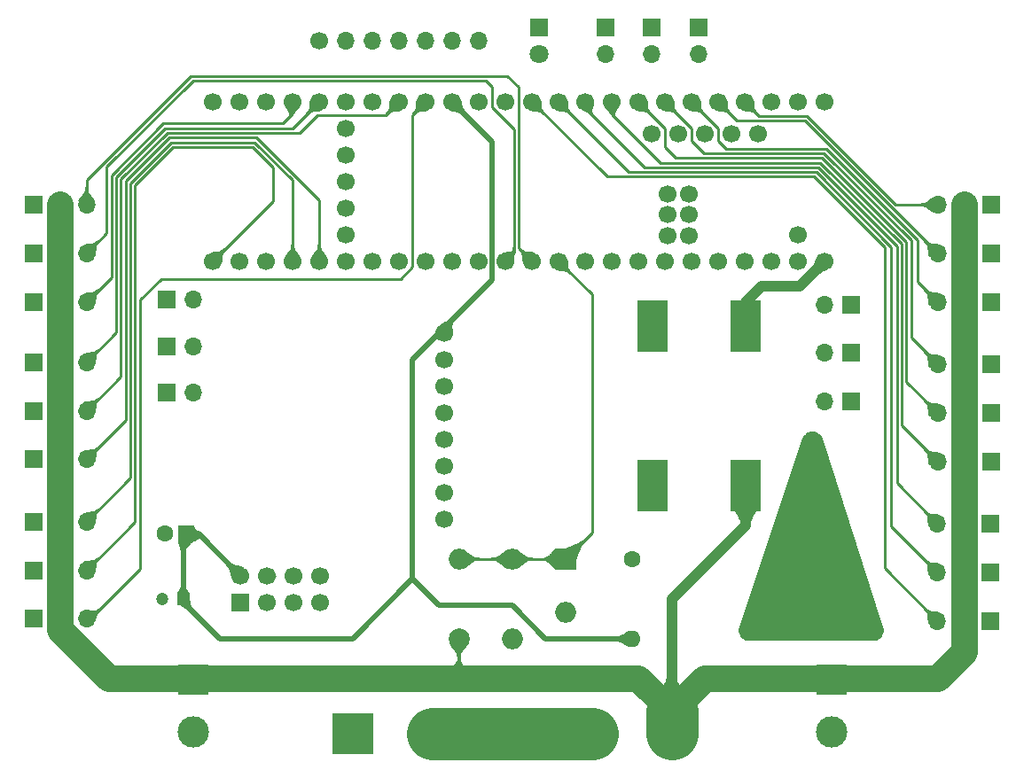
<source format=gbr>
%TF.GenerationSoftware,KiCad,Pcbnew,7.0.8*%
%TF.CreationDate,2025-03-22T19:36:18-04:00*%
%TF.ProjectId,Hexapod PCB KiCad Project,48657861-706f-4642-9050-4342204b6943,rev?*%
%TF.SameCoordinates,Original*%
%TF.FileFunction,Copper,L1,Top*%
%TF.FilePolarity,Positive*%
%FSLAX46Y46*%
G04 Gerber Fmt 4.6, Leading zero omitted, Abs format (unit mm)*
G04 Created by KiCad (PCBNEW 7.0.8) date 2025-03-22 19:36:18*
%MOMM*%
%LPD*%
G01*
G04 APERTURE LIST*
%TA.AperFunction,ComponentPad*%
%ADD10O,1.600000X1.600000*%
%TD*%
%TA.AperFunction,ComponentPad*%
%ADD11C,1.600000*%
%TD*%
%TA.AperFunction,ComponentPad*%
%ADD12R,1.800000X1.800000*%
%TD*%
%TA.AperFunction,ComponentPad*%
%ADD13C,1.800000*%
%TD*%
%TA.AperFunction,ConnectorPad*%
%ADD14R,3.000000X5.000000*%
%TD*%
%TA.AperFunction,ComponentPad*%
%ADD15R,1.700000X1.700000*%
%TD*%
%TA.AperFunction,ComponentPad*%
%ADD16O,1.700000X1.700000*%
%TD*%
%TA.AperFunction,ComponentPad*%
%ADD17C,1.700000*%
%TD*%
%TA.AperFunction,ComponentPad*%
%ADD18O,2.000000X2.000000*%
%TD*%
%TA.AperFunction,ComponentPad*%
%ADD19R,3.000000X3.000000*%
%TD*%
%TA.AperFunction,ComponentPad*%
%ADD20C,3.000000*%
%TD*%
%TA.AperFunction,ComponentPad*%
%ADD21R,4.000000X4.000000*%
%TD*%
%TA.AperFunction,ComponentPad*%
%ADD22C,4.000000*%
%TD*%
%TA.AperFunction,ComponentPad*%
%ADD23C,1.200000*%
%TD*%
%TA.AperFunction,ComponentPad*%
%ADD24R,1.200000X1.200000*%
%TD*%
%TA.AperFunction,ComponentPad*%
%ADD25R,1.600000X1.600000*%
%TD*%
%TA.AperFunction,ComponentPad*%
%ADD26C,2.000000*%
%TD*%
%TA.AperFunction,ComponentPad*%
%ADD27R,2.000000X2.000000*%
%TD*%
%TA.AperFunction,ViaPad*%
%ADD28C,0.800000*%
%TD*%
%TA.AperFunction,Conductor*%
%ADD29C,5.000000*%
%TD*%
%TA.AperFunction,Conductor*%
%ADD30C,1.000000*%
%TD*%
%TA.AperFunction,Conductor*%
%ADD31C,0.500000*%
%TD*%
%TA.AperFunction,Conductor*%
%ADD32C,0.250000*%
%TD*%
%TA.AperFunction,Conductor*%
%ADD33C,2.500000*%
%TD*%
%TA.AperFunction,Conductor*%
%ADD34C,2.000000*%
%TD*%
G04 APERTURE END LIST*
D10*
%TO.P,R3,2*%
%TO.N,+3.3V*%
X154940000Y-123190000D03*
D11*
%TO.P,R3,1*%
%TO.N,Net-(D2-A)*%
X154940000Y-115570000D03*
%TD*%
D12*
%TO.P,D2,1,K*%
%TO.N,GND*%
X146050000Y-64770000D03*
D13*
%TO.P,D2,2,A*%
%TO.N,Net-(D2-A)*%
X146050000Y-67310000D03*
%TD*%
D14*
%TO.P,U5,1,In+*%
%TO.N,+BATT*%
X165816000Y-108521500D03*
%TO.P,U5,2,In-*%
%TO.N,GND*%
X156926000Y-108521500D03*
%TO.P,U5,3,Out+*%
%TO.N,Teensy VIN*%
X165816000Y-93281500D03*
%TO.P,U5,4,Out-*%
%TO.N,GND*%
X156926000Y-93281500D03*
%TD*%
D15*
%TO.P,B2,1,Pin_1*%
%TO.N,GND*%
X152400000Y-64770000D03*
D16*
%TO.P,B2,2,Pin_2*%
X152400000Y-67310000D03*
%TD*%
D15*
%TO.P,B4,1,Pin_1*%
%TO.N,Teensy VIN*%
X161290000Y-64770000D03*
D16*
%TO.P,B4,2,Pin_2*%
X161290000Y-67310000D03*
%TD*%
D17*
%TO.P,U4,1,VCC*%
%TO.N,+3.3V*%
X137034000Y-94007000D03*
%TO.P,U4,2,GND*%
%TO.N,GND*%
X137034000Y-96547000D03*
%TO.P,U4,3,SCL*%
%TO.N,Gyro SCL*%
X137034000Y-99087000D03*
%TO.P,U4,4,SDA*%
%TO.N,Gyro SDA*%
X137034000Y-101627000D03*
%TO.P,U4,5,XDA*%
%TO.N,unconnected-(U4-XDA-Pad5)*%
X137034000Y-104167000D03*
%TO.P,U4,6,XCL*%
%TO.N,unconnected-(U4-XCL-Pad6)*%
X137034000Y-106707000D03*
%TO.P,U4,7,ADO*%
%TO.N,unconnected-(U4-ADO-Pad7)*%
X137034000Y-109247000D03*
%TO.P,U4,8,INT*%
%TO.N,unconnected-(U4-INT-Pad8)*%
X137034000Y-111787000D03*
%TD*%
D18*
%TO.P,R2,1*%
%TO.N,Battery Voltage Divider*%
X143510000Y-115570000D03*
%TO.P,R2,2*%
%TO.N,GND*%
X143510000Y-123190000D03*
%TD*%
D19*
%TO.P,C4,1*%
%TO.N,+BATT*%
X113030000Y-127080000D03*
D20*
%TO.P,C4,2*%
%TO.N,GND*%
X113030000Y-132080000D03*
%TD*%
D21*
%TO.P,T1,1,1*%
%TO.N,GND*%
X128270000Y-132212500D03*
D22*
%TO.P,T1,2,2*%
%TO.N,Net-(T1-Pad2)*%
X135890000Y-132212500D03*
%TD*%
D17*
%TO.P,B1,1,Pin_1*%
%TO.N,B1*%
X125095000Y-66040000D03*
D16*
%TO.P,B1,2,Pin_2*%
%TO.N,B2*%
X127635000Y-66040000D03*
%TO.P,B1,3,Pin_3*%
%TO.N,B3*%
X130175000Y-66040000D03*
%TO.P,B1,4,Pin_4*%
%TO.N,B4*%
X132715000Y-66040000D03*
%TO.P,B1,5,Pin_5*%
%TO.N,B5*%
X135255000Y-66040000D03*
%TO.P,B1,6,Pin_6*%
%TO.N,B6*%
X137795000Y-66040000D03*
%TO.P,B1,7,Pin_7*%
%TO.N,B7*%
X140335000Y-66040000D03*
%TD*%
D22*
%TO.P,T2,1,1*%
%TO.N,Net-(T1-Pad2)*%
X151130000Y-132212500D03*
%TO.P,T2,2,2*%
%TO.N,+BATT*%
X158750000Y-132212500D03*
%TD*%
D23*
%TO.P,C2,2*%
%TO.N,GND*%
X110097600Y-119380001D03*
D24*
%TO.P,C2,1*%
%TO.N,+3.3V*%
X112097600Y-119380001D03*
%TD*%
D25*
%TO.P,C1,1*%
%TO.N,+3.3V*%
X112395000Y-113125000D03*
D11*
%TO.P,C1,2*%
%TO.N,GND*%
X110395000Y-113125000D03*
%TD*%
D26*
%TO.P,R1,1*%
%TO.N,+BATT*%
X138430000Y-123190000D03*
D18*
%TO.P,R1,2*%
%TO.N,Battery Voltage Divider*%
X138430000Y-115570000D03*
%TD*%
%TO.P,D1,2,A*%
%TO.N,GND*%
X148590000Y-120650000D03*
D27*
%TO.P,D1,1,K*%
%TO.N,Battery Voltage Divider*%
X148590000Y-115570000D03*
%TD*%
D15*
%TO.P,B3,1,Pin_1*%
%TO.N,+3.3V*%
X156845000Y-64765000D03*
D16*
%TO.P,B3,2,Pin_2*%
X156845000Y-67305000D03*
%TD*%
D20*
%TO.P,C3,2*%
%TO.N,GND*%
X173990000Y-132080000D03*
D19*
%TO.P,C3,1*%
%TO.N,+BATT*%
X173990000Y-127080000D03*
%TD*%
D15*
%TO.P,U3,1,GND*%
%TO.N,GND*%
X117565000Y-119680000D03*
D17*
%TO.P,U3,2,VCC*%
%TO.N,+3.3V*%
X117565000Y-117140000D03*
%TO.P,U3,3,CE*%
%TO.N,CE*%
X120105000Y-119680000D03*
%TO.P,U3,4,~{CSN}*%
%TO.N,CSN*%
X120105000Y-117140000D03*
%TO.P,U3,5,SCK*%
%TO.N,SCK*%
X122645000Y-119680000D03*
%TO.P,U3,6,MOSI*%
%TO.N,MOSI*%
X122645000Y-117140000D03*
%TO.P,U3,7,MISO*%
%TO.N,MISO*%
X125185000Y-119680000D03*
%TO.P,U3,8,IRQ*%
%TO.N,unconnected-(U3-IRQ-Pad8)*%
X125185000Y-117140000D03*
%TD*%
%TO.P,U1,VUSB,VUSB*%
%TO.N,unconnected-(U1-PadVUSB)*%
X170815000Y-84580000D03*
%TO.P,U1,VIN,VIN*%
%TO.N,Teensy VIN*%
X173355000Y-87120000D03*
%TO.P,U1,VBAT,VBAT*%
%TO.N,unconnected-(U1-PadVBAT)*%
X127635000Y-74420000D03*
%TO.P,U1,USB_GND2,USB_GND*%
%TO.N,Net-(U1-USB_GND-PadUSB_GND1)*%
X156845000Y-74930000D03*
%TO.P,U1,USB_GND1,USB_GND*%
X159385000Y-74930000D03*
%TO.P,U1,T-,T-*%
%TO.N,unconnected-(U1-PadT-)*%
X160385000Y-80670000D03*
%TO.P,U1,T+,T+*%
%TO.N,unconnected-(U1-PadT+)*%
X158385000Y-80670000D03*
%TO.P,U1,R-,R-*%
%TO.N,unconnected-(U1-PadR-)*%
X158385000Y-84670000D03*
%TO.P,U1,R+,R+*%
%TO.N,unconnected-(U1-PadR+)*%
X160385000Y-84670000D03*
%TO.P,U1,PROGRAM,PROGRAM*%
%TO.N,unconnected-(U1-PadPROGRAM)*%
X127635000Y-82040000D03*
%TO.P,U1,ON/OFF,ON/OFF*%
%TO.N,unconnected-(U1-PadON{slash}OFF)*%
X127635000Y-84580000D03*
%TO.P,U1,LED,LED*%
%TO.N,unconnected-(U1-PadLED)*%
X160385000Y-82670000D03*
%TO.P,U1,GND5,GND*%
%TO.N,GND*%
X158385000Y-82670000D03*
%TO.P,U1,GND4,GND*%
X127635000Y-79500000D03*
%TO.P,U1,GND3,GND*%
X170815000Y-87120000D03*
%TO.P,U1,GND2,GND*%
X137795000Y-87120000D03*
%TO.P,U1,GND1,GND*%
X173355000Y-71880000D03*
%TO.P,U1,D-,D-*%
%TO.N,unconnected-(U1-PadD-)*%
X164465000Y-74930000D03*
%TO.P,U1,D+,D+*%
%TO.N,unconnected-(U1-PadD+)*%
X161925000Y-74930000D03*
%TO.P,U1,41,A17*%
%TO.N,B5*%
X135255000Y-87120000D03*
%TO.P,U1,40,A16*%
%TO.N,B4*%
X132715000Y-87120000D03*
%TO.P,U1,39,A15*%
%TO.N,B3*%
X130175000Y-87120000D03*
%TO.P,U1,38,A14*%
%TO.N,FS3*%
X127635000Y-87120000D03*
%TO.P,U1,37,CS3*%
%TO.N,Leg5 Tibia*%
X125095000Y-87120000D03*
%TO.P,U1,36,CS2*%
%TO.N,Leg4 Coxa*%
X122555000Y-87120000D03*
%TO.P,U1,35,TX8*%
%TO.N,FS2*%
X120015000Y-87120000D03*
%TO.P,U1,34,RX8*%
%TO.N,FS1*%
X117475000Y-87120000D03*
%TO.P,U1,33,MCLK2*%
%TO.N,Leg4 Femur*%
X114935000Y-87120000D03*
%TO.P,U1,32,OUT1B*%
%TO.N,unconnected-(U1-OUT1B-Pad32)*%
X114935000Y-71880000D03*
%TO.P,U1,31,CTX3*%
%TO.N,B1*%
X117475000Y-71880000D03*
%TO.P,U1,30,CRX3*%
%TO.N,B2*%
X120015000Y-71880000D03*
%TO.P,U1,29,TX7*%
%TO.N,Leg6 Tibia*%
X122555000Y-71880000D03*
%TO.P,U1,28,RX7*%
%TO.N,Leg5 Coxa*%
X125095000Y-71880000D03*
%TO.P,U1,27,A13*%
%TO.N,CSN*%
X127635000Y-71880000D03*
%TO.P,U1,26,A12*%
%TO.N,CE*%
X130175000Y-71880000D03*
%TO.P,U1,25,A11*%
%TO.N,Leg5 Femur*%
X132715000Y-71880000D03*
%TO.P,U1,24,A10*%
%TO.N,Leg4 Tibia*%
X135255000Y-71880000D03*
%TO.P,U1,23,A9*%
%TO.N,FS4*%
X165735000Y-87120000D03*
%TO.P,U1,22,A8*%
%TO.N,FS5*%
X163195000Y-87120000D03*
%TO.P,U1,21,A7*%
%TO.N,FS6*%
X160655000Y-87120000D03*
%TO.P,U1,20,A6*%
%TO.N,B7*%
X158115000Y-87120000D03*
%TO.P,U1,19,A5*%
%TO.N,Gyro SCL*%
X155575000Y-87120000D03*
%TO.P,U1,18,A4*%
%TO.N,Gyro SDA*%
X153035000Y-87120000D03*
%TO.P,U1,17,A3*%
%TO.N,B6*%
X150495000Y-87120000D03*
%TO.P,U1,16,A2*%
%TO.N,Battery Voltage Divider*%
X147955000Y-87120000D03*
%TO.P,U1,15,A1*%
%TO.N,Leg6 Coxa*%
X145415000Y-87120000D03*
%TO.P,U1,14,A0*%
%TO.N,Leg6 Femur*%
X142875000Y-87120000D03*
%TO.P,U1,13,SCK*%
%TO.N,SCK*%
X140335000Y-87120000D03*
%TO.P,U1,12,MISO*%
%TO.N,MISO*%
X140335000Y-71880000D03*
%TO.P,U1,11,MOSI*%
%TO.N,MOSI*%
X142875000Y-71880000D03*
%TO.P,U1,10,CS1*%
%TO.N,Leg1 Coxa*%
X145415000Y-71880000D03*
%TO.P,U1,9,OUT1C*%
%TO.N,Leg1 Femur*%
X147955000Y-71880000D03*
%TO.P,U1,8,TX2*%
%TO.N,Leg1 Tibia*%
X150495000Y-71880000D03*
%TO.P,U1,7,RX2*%
%TO.N,Leg2 Coxa*%
X153035000Y-71880000D03*
%TO.P,U1,6,OUT1D*%
%TO.N,Leg2 Femur*%
X155575000Y-71880000D03*
%TO.P,U1,5V,5V*%
%TO.N,+5V*%
X167005000Y-74930000D03*
%TO.P,U1,5,IN2*%
%TO.N,Leg2 Tibia*%
X158115000Y-71880000D03*
%TO.P,U1,4,BCLK2*%
%TO.N,Leg3 Coxa*%
X160655000Y-71880000D03*
%TO.P,U1,3.3V_3,3.3V*%
%TO.N,+3.3V*%
X127635000Y-76960000D03*
%TO.P,U1,3.3V_2,3.3V*%
X168275000Y-87120000D03*
%TO.P,U1,3.3V_1,3.3V*%
X137795000Y-71880000D03*
%TO.P,U1,3,LRCLK2*%
%TO.N,Leg3 Femur*%
X163195000Y-71880000D03*
%TO.P,U1,2,OUT2*%
%TO.N,Leg3 Tibia*%
X165735000Y-71880000D03*
%TO.P,U1,1,TX1*%
%TO.N,unconnected-(U1-TX1-Pad1)*%
X168275000Y-71880000D03*
%TO.P,U1,0,RX1*%
%TO.N,unconnected-(U1-RX1-Pad0)*%
X170815000Y-71880000D03*
%TD*%
D15*
%TO.P,Cox2,1,Pin_1*%
%TO.N,GND*%
X97790000Y-96745001D03*
D16*
%TO.P,Cox2,2,Pin_2*%
%TO.N,+BATT*%
X100330000Y-96745001D03*
%TO.P,Cox2,3,Pin_3*%
%TO.N,Leg5 Coxa*%
X102870000Y-96745001D03*
%TD*%
D15*
%TO.P,Cox6,1,Pin_1*%
%TO.N,GND*%
X189214980Y-121490001D03*
D16*
%TO.P,Cox6,2,Pin_2*%
%TO.N,+BATT*%
X186674980Y-121490001D03*
%TO.P,Cox6,3,Pin_3*%
%TO.N,Leg1 Coxa*%
X184134980Y-121490001D03*
%TD*%
D15*
%TO.P,Tib2,1,Pin_1*%
%TO.N,GND*%
X97790000Y-106045001D03*
D16*
%TO.P,Tib2,2,Pin_2*%
%TO.N,+BATT*%
X100330000Y-106045001D03*
%TO.P,Tib2,3,Pin_3*%
%TO.N,Leg5 Tibia*%
X102870000Y-106045001D03*
%TD*%
D15*
%TO.P,FS4,1,Pin_1*%
%TO.N,GND*%
X175900000Y-91235000D03*
D16*
%TO.P,FS4,2,Pin_2*%
%TO.N,FS4*%
X173360000Y-91235000D03*
%TD*%
D15*
%TO.P,Cox5,1,Pin_1*%
%TO.N,GND*%
X189230001Y-106250000D03*
D16*
%TO.P,Cox5,2,Pin_2*%
%TO.N,+BATT*%
X186690001Y-106250000D03*
%TO.P,Cox5,3,Pin_3*%
%TO.N,Leg2 Coxa*%
X184150001Y-106250000D03*
%TD*%
D15*
%TO.P,Tib1,1,Pin_1*%
%TO.N,GND*%
X97790001Y-91010000D03*
D16*
%TO.P,Tib1,2,Pin_2*%
%TO.N,+BATT*%
X100330001Y-91010000D03*
%TO.P,Tib1,3,Pin_3*%
%TO.N,Leg6 Tibia*%
X102870001Y-91010000D03*
%TD*%
D15*
%TO.P,Fem4,1,Pin_1*%
%TO.N,GND*%
X189230000Y-86360000D03*
D16*
%TO.P,Fem4,2,Pin_2*%
%TO.N,+BATT*%
X186690000Y-86360000D03*
%TO.P,Fem4,3,Pin_3*%
%TO.N,Leg3 Femur*%
X184150000Y-86360000D03*
%TD*%
D15*
%TO.P,Fem3,1,Pin_1*%
%TO.N,GND*%
X97789999Y-116635000D03*
D16*
%TO.P,Fem3,2,Pin_2*%
%TO.N,+BATT*%
X100329999Y-116635000D03*
%TO.P,Fem3,3,Pin_3*%
%TO.N,Leg4 Femur*%
X102869999Y-116635000D03*
%TD*%
D15*
%TO.P,Tib6,1,Pin_1*%
%TO.N,GND*%
X189214997Y-112189999D03*
D16*
%TO.P,Tib6,2,Pin_2*%
%TO.N,+BATT*%
X186674997Y-112189999D03*
%TO.P,Tib6,3,Pin_3*%
%TO.N,Leg1 Tibia*%
X184134997Y-112189999D03*
%TD*%
D15*
%TO.P,Fem5,1,Pin_1*%
%TO.N,GND*%
X189230000Y-101600000D03*
D16*
%TO.P,Fem5,2,Pin_2*%
%TO.N,+BATT*%
X186690000Y-101600000D03*
%TO.P,Fem5,3,Pin_3*%
%TO.N,Leg2 Femur*%
X184150000Y-101600000D03*
%TD*%
D15*
%TO.P,Cox1,1,Pin_1*%
%TO.N,GND*%
X97790001Y-81710000D03*
D16*
%TO.P,Cox1,2,Pin_2*%
%TO.N,+BATT*%
X100330001Y-81710000D03*
%TO.P,Cox1,3,Pin_3*%
%TO.N,Leg6 Coxa*%
X102870001Y-81710000D03*
%TD*%
D15*
%TO.P,FS2,1,Pin_1*%
%TO.N,GND*%
X110495000Y-95250000D03*
D16*
%TO.P,FS2,2,Pin_2*%
%TO.N,FS2*%
X113035000Y-95250000D03*
%TD*%
D15*
%TO.P,FS5,1,Pin_1*%
%TO.N,GND*%
X175900001Y-95885000D03*
D16*
%TO.P,FS5,2,Pin_2*%
%TO.N,FS5*%
X173360001Y-95885000D03*
%TD*%
D15*
%TO.P,Cox4,1,Pin_1*%
%TO.N,GND*%
X189229992Y-91010010D03*
D16*
%TO.P,Cox4,2,Pin_2*%
%TO.N,+BATT*%
X186689992Y-91010010D03*
%TO.P,Cox4,3,Pin_3*%
%TO.N,Leg3 Coxa*%
X184149992Y-91010010D03*
%TD*%
D15*
%TO.P,Fem2,1,Pin_1*%
%TO.N,GND*%
X97790001Y-101395000D03*
D16*
%TO.P,Fem2,2,Pin_2*%
%TO.N,+BATT*%
X100330001Y-101395000D03*
%TO.P,Fem2,3,Pin_3*%
%TO.N,Leg5 Femur*%
X102870001Y-101395000D03*
%TD*%
D15*
%TO.P,Tib5,1,Pin_1*%
%TO.N,GND*%
X189230001Y-96950000D03*
D16*
%TO.P,Tib5,2,Pin_2*%
%TO.N,+BATT*%
X186690001Y-96950000D03*
%TO.P,Tib5,3,Pin_3*%
%TO.N,Leg2 Tibia*%
X184150001Y-96950000D03*
%TD*%
D15*
%TO.P,Fem1,1,Pin_1*%
%TO.N,GND*%
X97790000Y-86360000D03*
D16*
%TO.P,Fem1,2,Pin_2*%
%TO.N,+BATT*%
X100330000Y-86360000D03*
%TO.P,Fem1,3,Pin_3*%
%TO.N,Leg6 Femur*%
X102870000Y-86360000D03*
%TD*%
D15*
%TO.P,Cox3,1,Pin_1*%
%TO.N,GND*%
X97790000Y-111985000D03*
D16*
%TO.P,Cox3,2,Pin_2*%
%TO.N,+BATT*%
X100330000Y-111985000D03*
%TO.P,Cox3,3,Pin_3*%
%TO.N,Leg4 Coxa*%
X102870000Y-111985000D03*
%TD*%
D15*
%TO.P,FS1,1,Pin_1*%
%TO.N,GND*%
X110490000Y-90805000D03*
D16*
%TO.P,FS1,2,Pin_2*%
%TO.N,FS1*%
X113030000Y-90805000D03*
%TD*%
D15*
%TO.P,Tib3,1,Pin_1*%
%TO.N,GND*%
X97790000Y-121285000D03*
D16*
%TO.P,Tib3,2,Pin_2*%
%TO.N,+BATT*%
X100330000Y-121285000D03*
%TO.P,Tib3,3,Pin_3*%
%TO.N,Leg4 Tibia*%
X102870000Y-121285000D03*
%TD*%
D15*
%TO.P,FS3,1,Pin_1*%
%TO.N,GND*%
X110490000Y-99695000D03*
D16*
%TO.P,FS3,2,Pin_2*%
%TO.N,FS3*%
X113030000Y-99695000D03*
%TD*%
%TO.P,FS6,2,Pin_2*%
%TO.N,FS6*%
X173360000Y-100535000D03*
D15*
%TO.P,FS6,1,Pin_1*%
%TO.N,GND*%
X175900000Y-100535000D03*
%TD*%
%TO.P,Fem6,1,Pin_1*%
%TO.N,GND*%
X189215000Y-116840000D03*
D16*
%TO.P,Fem6,2,Pin_2*%
%TO.N,+BATT*%
X186675000Y-116840000D03*
%TO.P,Fem6,3,Pin_3*%
%TO.N,Leg1 Femur*%
X184135000Y-116840000D03*
%TD*%
D15*
%TO.P,Tib4,1,Pin_1*%
%TO.N,GND*%
X189230008Y-81710011D03*
D16*
%TO.P,Tib4,2,Pin_2*%
%TO.N,+BATT*%
X186690008Y-81710011D03*
%TO.P,Tib4,3,Pin_3*%
%TO.N,Leg3 Tibia*%
X184150008Y-81710011D03*
%TD*%
D28*
%TO.N,GND*%
X156856159Y-94964401D03*
X156926000Y-106680000D03*
X156881354Y-91613488D03*
X156845000Y-110490000D03*
%TD*%
D29*
%TO.N,+BATT*%
X158750000Y-130175000D02*
X158750000Y-132212500D01*
D30*
X165816000Y-112314000D02*
X158750000Y-119380000D01*
X158750000Y-119380000D02*
X158750000Y-130175000D01*
X165816000Y-109791500D02*
X165816000Y-112314000D01*
D31*
%TO.N,+3.3V*%
X143510000Y-120015000D02*
X146685000Y-123190000D01*
X146685000Y-123190000D02*
X154940000Y-123190000D01*
X136525000Y-120015000D02*
X143510000Y-120015000D01*
X133985000Y-117475000D02*
X136525000Y-120015000D01*
D32*
%TO.N,Battery Voltage Divider*%
X148590000Y-115570000D02*
X143510000Y-115570000D01*
X151130000Y-90295000D02*
X151130000Y-113030000D01*
X151130000Y-113030000D02*
X148590000Y-115570000D01*
X147955000Y-87120000D02*
X151130000Y-90295000D01*
D30*
%TO.N,Teensy VIN*%
X167322500Y-89535000D02*
X165816000Y-91041500D01*
X165816000Y-91041500D02*
X165816000Y-92011500D01*
X173355000Y-87120000D02*
X170940000Y-89535000D01*
X170940000Y-89535000D02*
X167322500Y-89535000D01*
D32*
%TO.N,+3.3V*%
X117265000Y-116840000D02*
X117565000Y-117140000D01*
D31*
X112097600Y-119717600D02*
X115570000Y-123190000D01*
X112097600Y-119380001D02*
X112097600Y-119717600D01*
X112097600Y-113422400D02*
X112395000Y-113125000D01*
X141605000Y-88899999D02*
X137034000Y-93470999D01*
X115570000Y-123190000D02*
X128270000Y-123190000D01*
X112395000Y-113125000D02*
X113550000Y-113125000D01*
X113550000Y-113125000D02*
X117565000Y-117140000D01*
X137034000Y-93470999D02*
X137034000Y-94007000D01*
X128270000Y-123190000D02*
X133985000Y-117475000D01*
X133985000Y-96519999D02*
X141605000Y-88899999D01*
X141605000Y-88899999D02*
X141605000Y-75690000D01*
X141605000Y-75690000D02*
X137795000Y-71880000D01*
X112097600Y-119380001D02*
X112097600Y-113422400D01*
X133985000Y-117475000D02*
X133985000Y-96519999D01*
D32*
%TO.N,MOSI*%
X122645000Y-117139999D02*
X122645000Y-116923949D01*
%TO.N,CSN*%
X120105000Y-117140000D02*
X120825344Y-117139999D01*
%TO.N,Leg1 Coxa*%
X179070000Y-85734772D02*
X172369228Y-79034000D01*
X179070000Y-116425021D02*
X179070000Y-85734772D01*
X152569000Y-79034000D02*
X145415000Y-71880000D01*
X184134980Y-121490001D02*
X179070000Y-116425021D01*
X172369228Y-79034000D02*
X152569000Y-79034000D01*
%TO.N,Leg1 Femur*%
X172555624Y-78584000D02*
X154659000Y-78584000D01*
X184135000Y-116840000D02*
X179705000Y-112410000D01*
X179705000Y-85733377D02*
X172555624Y-78584000D01*
X154659000Y-78584000D02*
X147955000Y-71880000D01*
X179705000Y-112410000D02*
X179705000Y-85733377D01*
%TO.N,Leg1 Tibia*%
X150495000Y-72452500D02*
X150494999Y-71880000D01*
X172742020Y-78134000D02*
X156176500Y-78134000D01*
X180260000Y-85651980D02*
X172742020Y-78134000D01*
X184134996Y-112189999D02*
X180260000Y-108315003D01*
X180260000Y-108315003D02*
X180260000Y-85651980D01*
X156176500Y-78134000D02*
X150495000Y-72452500D01*
D33*
%TO.N,+BATT*%
X155575000Y-127000000D02*
X152400000Y-127000000D01*
X158750000Y-130175000D02*
X161925000Y-127000000D01*
X152400000Y-127000000D02*
X138430000Y-127000000D01*
D34*
X100330001Y-81710000D02*
X100315000Y-81709999D01*
D33*
X186705020Y-124444980D02*
X186705020Y-81740023D01*
D34*
X186705020Y-81740023D02*
X186674996Y-81709999D01*
D33*
X100330000Y-122347057D02*
X100330001Y-81710000D01*
X138430000Y-127000000D02*
X104982943Y-127000000D01*
D32*
X138430000Y-123190000D02*
X138430000Y-127000000D01*
D33*
X184150000Y-127000000D02*
X186705020Y-124444980D01*
X104982943Y-127000000D02*
X100330000Y-122347057D01*
X158750000Y-130175000D02*
X155575000Y-127000000D01*
X161925000Y-127000000D02*
X184150000Y-127000000D01*
D32*
%TO.N,Leg2 Coxa*%
X153035001Y-73063769D02*
X153035001Y-71880000D01*
X157655231Y-77684000D02*
X153035001Y-73063769D01*
X172928416Y-77684000D02*
X157655231Y-77684000D01*
X184150001Y-106250000D02*
X180710000Y-102809999D01*
X180710000Y-102809999D02*
X180710000Y-85465584D01*
X180710000Y-85465584D02*
X172928416Y-77684000D01*
%TO.N,Leg2 Femur*%
X158115000Y-74420000D02*
X155575000Y-71880000D01*
X158115000Y-76200000D02*
X158115000Y-74420000D01*
X184150001Y-101600000D02*
X181160000Y-98610000D01*
X173114812Y-77234000D02*
X159149000Y-77234000D01*
X159149000Y-77234000D02*
X158115000Y-76200000D01*
X181160000Y-85279188D02*
X173114812Y-77234000D01*
X181160000Y-98610000D02*
X181160000Y-85279188D01*
%TO.N,Leg2 Tibia*%
X184150001Y-96950000D02*
X181610000Y-94409999D01*
X160655000Y-74420000D02*
X158115000Y-71880000D01*
X173301208Y-76784000D02*
X161835231Y-76784000D01*
X160655000Y-75603769D02*
X160655000Y-74420000D01*
X181610000Y-85092792D02*
X173301208Y-76784000D01*
X161835231Y-76784000D02*
X160655000Y-75603769D01*
X181610000Y-94409999D02*
X181610000Y-85092792D01*
%TO.N,Leg3 Coxa*%
X182245000Y-89105018D02*
X182245000Y-85091396D01*
X184149992Y-91010010D02*
X182245000Y-89105018D01*
X163195000Y-75603769D02*
X163195000Y-74420000D01*
X163925231Y-76334000D02*
X163195000Y-75603769D01*
X173487604Y-76334000D02*
X163925231Y-76334000D01*
X182245000Y-85091396D02*
X173487604Y-76334000D01*
X163195000Y-74420000D02*
X160655000Y-71880000D01*
%TO.N,Leg3 Femur*%
X173673302Y-75884698D02*
X171448604Y-73660000D01*
X184150000Y-86360000D02*
X173674000Y-75884000D01*
X164975001Y-73660000D02*
X163195000Y-71879999D01*
X171448604Y-73660000D02*
X164975001Y-73660000D01*
%TO.N,Leg3 Tibia*%
X165735000Y-71880000D02*
X167065000Y-73210000D01*
X180141951Y-81710011D02*
X184150009Y-81710011D01*
X167065000Y-73210000D02*
X171641940Y-73210000D01*
X171641940Y-73210000D02*
X180141951Y-81710011D01*
%TO.N,Leg4 Coxa*%
X107050000Y-79646980D02*
X110946980Y-75750000D01*
X107050000Y-107805000D02*
X107050000Y-79646980D01*
X118928603Y-75750000D02*
X122554999Y-79376396D01*
X110946980Y-75750000D02*
X118928603Y-75750000D01*
X102869999Y-111985000D02*
X107050000Y-107805000D01*
X122554999Y-79376396D02*
X122555000Y-87120000D01*
%TO.N,Leg4 Femur*%
X102869999Y-116635000D02*
X107500000Y-112004999D01*
X111133376Y-76200000D02*
X118742207Y-76200000D01*
X118742207Y-76200000D02*
X120650000Y-78107793D01*
X107500000Y-79833376D02*
X111133376Y-76200000D01*
X120650000Y-78107793D02*
X120650000Y-81405000D01*
X120650000Y-81405000D02*
X114935000Y-87120000D01*
X107500000Y-112004999D02*
X107500000Y-79833376D01*
%TO.N,Leg4 Tibia*%
X109978482Y-88776518D02*
X132838482Y-88776518D01*
X132838482Y-88776518D02*
X133985000Y-87630000D01*
X107950000Y-90805000D02*
X109978482Y-88776518D01*
X107950000Y-116540000D02*
X107950000Y-90805000D01*
X133985000Y-73150000D02*
X135255000Y-71880000D01*
X103205000Y-121285000D02*
X107950000Y-116540000D01*
X102869999Y-121285000D02*
X103205000Y-121285000D01*
X133985000Y-87630000D02*
X133985000Y-73150000D01*
%TO.N,Leg5 Coxa*%
X110387792Y-74400000D02*
X122575000Y-74400000D01*
X105700000Y-93915000D02*
X105700000Y-79087792D01*
X102870000Y-96745000D02*
X105700000Y-93915000D01*
X122575000Y-74400000D02*
X125095000Y-71880000D01*
X105700000Y-79087792D02*
X110387792Y-74400000D01*
%TO.N,Leg5 Femur*%
X124952717Y-73167283D02*
X131427717Y-73167283D01*
X106150000Y-79274188D02*
X110574188Y-74850000D01*
X123270000Y-74850000D02*
X124952717Y-73167283D01*
X102870001Y-101395000D02*
X106150000Y-98115001D01*
X110574188Y-74850000D02*
X123270000Y-74850000D01*
X131427717Y-73167283D02*
X132715000Y-71880000D01*
X106150000Y-98115001D02*
X106150000Y-79274188D01*
%TO.N,Leg5 Tibia*%
X106600000Y-102315000D02*
X106600000Y-79460584D01*
X110760584Y-75300000D02*
X119114999Y-75300000D01*
X102870000Y-106045000D02*
X106600000Y-102315000D01*
X125095000Y-81280000D02*
X125095000Y-87120000D01*
X119114999Y-75300000D02*
X125095000Y-81280000D01*
X106600000Y-79460584D02*
X110760584Y-75300000D01*
%TO.N,Leg6 Coxa*%
X145415000Y-87120000D02*
X144145000Y-85850000D01*
X112844999Y-69400001D02*
X102870001Y-79374999D01*
X144145000Y-85850000D02*
X144145000Y-70483604D01*
X102870001Y-79374999D02*
X102870001Y-81710000D01*
X143061396Y-69400001D02*
X112844999Y-69400001D01*
X144145000Y-70483604D02*
X143061396Y-69400001D01*
%TO.N,Leg6 Femur*%
X104775000Y-78105000D02*
X104775000Y-84455000D01*
X104775000Y-84455000D02*
X102870000Y-86360000D01*
X141605000Y-70485000D02*
X140970000Y-69850000D01*
X143695000Y-86300000D02*
X143695000Y-74480000D01*
X143695000Y-74480000D02*
X141605001Y-72390000D01*
X141605001Y-72390000D02*
X141605000Y-70485000D01*
X142875000Y-87120000D02*
X143695000Y-86300000D01*
X140970000Y-69850000D02*
X113030000Y-69850000D01*
X113030000Y-69850000D02*
X104775000Y-78105000D01*
%TO.N,Leg6 Tibia*%
X121630000Y-73950000D02*
X110201396Y-73950000D01*
X110201396Y-73950000D02*
X105250000Y-78901396D01*
X122555000Y-71880000D02*
X122555000Y-73025000D01*
X105250000Y-78901396D02*
X105250000Y-88630001D01*
X122555000Y-73025000D02*
X121630000Y-73950000D01*
X105250000Y-88630001D02*
X102870001Y-91010000D01*
D30*
%TO.N,GND*%
X156926000Y-93281500D02*
X157600000Y-93281500D01*
D32*
%TO.N,Battery Voltage Divider*%
X138430000Y-115570000D02*
X143510000Y-115570000D01*
D29*
%TO.N,Net-(T1-Pad2)*%
X135890000Y-132212500D02*
X151130000Y-132212500D01*
D32*
%TO.N,FS3*%
X127000000Y-86993604D02*
X127000000Y-87120000D01*
%TD*%
%TA.AperFunction,NonConductor*%
G36*
X172304205Y-103385817D02*
G01*
X172327937Y-103388268D01*
X172493152Y-103421644D01*
X172515988Y-103428602D01*
X172671735Y-103493016D01*
X172692811Y-103504219D01*
X172831042Y-103595771D01*
X172833330Y-103597286D01*
X172851872Y-103612323D01*
X172971950Y-103730591D01*
X172987267Y-103748903D01*
X173082455Y-103887989D01*
X173093979Y-103908897D01*
X173164315Y-104071911D01*
X173166416Y-104077508D01*
X178955804Y-122092946D01*
X178957462Y-122099213D01*
X178996899Y-122287567D01*
X178999531Y-122313313D01*
X178999039Y-122495996D01*
X178996269Y-122521725D01*
X178957872Y-122700323D01*
X178949822Y-122724919D01*
X178875190Y-122891660D01*
X178862213Y-122914044D01*
X178754596Y-123061665D01*
X178737255Y-123080868D01*
X178601342Y-123202936D01*
X178580390Y-123218125D01*
X178422102Y-123309324D01*
X178398452Y-123319833D01*
X178224683Y-123376190D01*
X178199369Y-123381561D01*
X178007977Y-123401643D01*
X178001503Y-123401982D01*
X166165400Y-123401982D01*
X166158884Y-123401639D01*
X166080374Y-123393344D01*
X165966178Y-123381279D01*
X165940696Y-123375833D01*
X165765857Y-123318708D01*
X165742076Y-123308058D01*
X165583032Y-123215656D01*
X165562001Y-123200271D01*
X165470256Y-123117028D01*
X165425778Y-123076672D01*
X165408428Y-123057233D01*
X165301042Y-122907896D01*
X165288141Y-122885268D01*
X165214328Y-122716776D01*
X165206441Y-122691950D01*
X165169469Y-122511752D01*
X165166945Y-122485836D01*
X165168448Y-122301897D01*
X165171397Y-122276009D01*
X165213437Y-122086852D01*
X165215186Y-122080563D01*
X171260357Y-104077508D01*
X171264520Y-104065108D01*
X171266685Y-104059563D01*
X171339143Y-103897469D01*
X171350938Y-103876716D01*
X171440877Y-103748903D01*
X171447934Y-103738873D01*
X171463477Y-103720775D01*
X171585093Y-103604073D01*
X171603820Y-103589284D01*
X171745554Y-103498046D01*
X171766761Y-103487126D01*
X171923349Y-103424740D01*
X171946258Y-103418084D01*
X172111891Y-103386862D01*
X172135664Y-103384720D01*
X172304205Y-103385817D01*
G37*
%TD.AperFunction*%
%TA.AperFunction,Conductor*%
%TO.N,+BATT*%
G36*
X165826753Y-108547404D02*
G01*
X165826864Y-108547670D01*
X166813550Y-111015373D01*
X166813439Y-111024327D01*
X166812025Y-111026765D01*
X166766001Y-111087746D01*
X166765999Y-111087749D01*
X166715999Y-111161499D01*
X166665999Y-111242749D01*
X166615999Y-111331499D01*
X166566000Y-111427750D01*
X166516000Y-111531500D01*
X166466000Y-111642750D01*
X166416000Y-111761500D01*
X166366000Y-111887750D01*
X166318842Y-112013897D01*
X166312735Y-112020446D01*
X166307883Y-112021500D01*
X165324117Y-112021500D01*
X165315844Y-112018073D01*
X165313158Y-112013897D01*
X165265999Y-111887750D01*
X165215999Y-111761500D01*
X165165999Y-111642750D01*
X165115999Y-111531500D01*
X165066000Y-111427750D01*
X165016000Y-111331499D01*
X164966000Y-111242749D01*
X164916000Y-111161499D01*
X164866000Y-111087749D01*
X164819973Y-111026765D01*
X164817726Y-111018098D01*
X164818449Y-111015374D01*
X164818450Y-111015373D01*
X165805136Y-108547669D01*
X165811390Y-108541261D01*
X165820344Y-108541150D01*
X165826753Y-108547404D01*
G37*
%TD.AperFunction*%
%TD*%
%TA.AperFunction,Conductor*%
%TO.N,+3.3V*%
G36*
X154638340Y-122461707D02*
G01*
X154638480Y-122462030D01*
X154939134Y-123185510D01*
X154939144Y-123194463D01*
X154939135Y-123194485D01*
X154939134Y-123194490D01*
X154638480Y-123917969D01*
X154632141Y-123924294D01*
X154623186Y-123924283D01*
X154622862Y-123924143D01*
X154461188Y-123851165D01*
X154460857Y-123851003D01*
X154320470Y-123776682D01*
X154320208Y-123776535D01*
X154203312Y-123706739D01*
X154101567Y-123642603D01*
X154006673Y-123585304D01*
X154006672Y-123585303D01*
X154006668Y-123585301D01*
X153963022Y-123562971D01*
X153910191Y-123535941D01*
X153803704Y-123495623D01*
X153678803Y-123465459D01*
X153678798Y-123465458D01*
X153678797Y-123465458D01*
X153657194Y-123462766D01*
X153527034Y-123446547D01*
X153351291Y-123440395D01*
X153343142Y-123436681D01*
X153340000Y-123428702D01*
X153340000Y-122951297D01*
X153343427Y-122943024D01*
X153351289Y-122939604D01*
X153527036Y-122933451D01*
X153678797Y-122914541D01*
X153803706Y-122884375D01*
X153910188Y-122844059D01*
X154006668Y-122794697D01*
X154101567Y-122737396D01*
X154203312Y-122673260D01*
X154320231Y-122603449D01*
X154320430Y-122603337D01*
X154460898Y-122528973D01*
X154461168Y-122528841D01*
X154622864Y-122455855D01*
X154631813Y-122455576D01*
X154638340Y-122461707D01*
G37*
%TD.AperFunction*%
%TD*%
%TA.AperFunction,Conductor*%
%TO.N,Battery Voltage Divider*%
G36*
X143903256Y-114651164D02*
G01*
X143903791Y-114651402D01*
X144115823Y-114752227D01*
X144116364Y-114752521D01*
X144294045Y-114861600D01*
X144294492Y-114861905D01*
X144417125Y-114954371D01*
X144438891Y-114970783D01*
X144439175Y-114971012D01*
X144562197Y-115076431D01*
X144675593Y-115174991D01*
X144791053Y-115263198D01*
X144791060Y-115263203D01*
X144920388Y-115337671D01*
X144920396Y-115337675D01*
X145075451Y-115395051D01*
X145268044Y-115431950D01*
X145498932Y-115444403D01*
X145507007Y-115448269D01*
X145510000Y-115456085D01*
X145510000Y-115683914D01*
X145506573Y-115692187D01*
X145498930Y-115695597D01*
X145268047Y-115708048D01*
X145268041Y-115708049D01*
X145075448Y-115744948D01*
X145075447Y-115744949D01*
X144920396Y-115802322D01*
X144920388Y-115802326D01*
X144791060Y-115876795D01*
X144791053Y-115876800D01*
X144675593Y-115965008D01*
X144562197Y-116063567D01*
X144439175Y-116168986D01*
X144438891Y-116169215D01*
X144294498Y-116278089D01*
X144294036Y-116278404D01*
X144116368Y-116387473D01*
X144115819Y-116387771D01*
X143903794Y-116488596D01*
X143894850Y-116489054D01*
X143888203Y-116483055D01*
X143887964Y-116482517D01*
X143673045Y-115965008D01*
X143510862Y-115574485D01*
X143510854Y-115565535D01*
X143887964Y-114657481D01*
X143894302Y-114651155D01*
X143903256Y-114651164D01*
G37*
%TD.AperFunction*%
%TD*%
%TA.AperFunction,Conductor*%
%TO.N,Battery Voltage Divider*%
G36*
X147598288Y-114578437D02*
G01*
X147599504Y-114579495D01*
X148582714Y-115561723D01*
X148586145Y-115569994D01*
X148582722Y-115578269D01*
X148582714Y-115578277D01*
X147599504Y-116560504D01*
X147591229Y-116563927D01*
X147582958Y-116560496D01*
X147581900Y-116559280D01*
X147490000Y-116437654D01*
X147390000Y-116315273D01*
X147290005Y-116202864D01*
X147190003Y-116100413D01*
X147090006Y-116007933D01*
X147090000Y-116007928D01*
X146989999Y-115925410D01*
X146947952Y-115894904D01*
X146889999Y-115852858D01*
X146790004Y-115790277D01*
X146790002Y-115790276D01*
X146789999Y-115790274D01*
X146746218Y-115767236D01*
X146689998Y-115737653D01*
X146689999Y-115737653D01*
X146597110Y-115698032D01*
X146590844Y-115691634D01*
X146590000Y-115687270D01*
X146590000Y-115452729D01*
X146593427Y-115444456D01*
X146597110Y-115441967D01*
X146689999Y-115402346D01*
X146689998Y-115402346D01*
X146746218Y-115372762D01*
X146789999Y-115349725D01*
X146790004Y-115349722D01*
X146889999Y-115287141D01*
X146947952Y-115245094D01*
X146989999Y-115214589D01*
X147090000Y-115132072D01*
X147090000Y-115132071D01*
X147090006Y-115132067D01*
X147143673Y-115082432D01*
X147190000Y-115039589D01*
X147290000Y-114937140D01*
X147290005Y-114937135D01*
X147390000Y-114824726D01*
X147490000Y-114702345D01*
X147581901Y-114580718D01*
X147589622Y-114576184D01*
X147598288Y-114578437D01*
G37*
%TD.AperFunction*%
%TD*%
%TA.AperFunction,Conductor*%
%TO.N,Battery Voltage Divider*%
G36*
X150215572Y-113781359D02*
G01*
X150379274Y-113945061D01*
X150382701Y-113953334D01*
X150381246Y-113958985D01*
X150305945Y-114095512D01*
X150226396Y-114252868D01*
X150146846Y-114423349D01*
X150067297Y-114606954D01*
X149987747Y-114803685D01*
X149908198Y-115013541D01*
X149828648Y-115236521D01*
X149749099Y-115472627D01*
X149669549Y-115721858D01*
X149593742Y-115971869D01*
X149588062Y-115978792D01*
X149579150Y-115979671D01*
X149578077Y-115979287D01*
X148593782Y-115572562D01*
X148587446Y-115566238D01*
X148181790Y-114584529D01*
X148181797Y-114575577D01*
X148188135Y-114569251D01*
X148191426Y-114568423D01*
X148379079Y-114549513D01*
X148379086Y-114549511D01*
X148379094Y-114549511D01*
X148582361Y-114515903D01*
X148582363Y-114515902D01*
X148582372Y-114515901D01*
X148785654Y-114469166D01*
X148785654Y-114469167D01*
X148785661Y-114469164D01*
X148785665Y-114469164D01*
X148988958Y-114409302D01*
X149192252Y-114336315D01*
X149395545Y-114250203D01*
X149598838Y-114150966D01*
X149598842Y-114150964D01*
X149598843Y-114150964D01*
X149802132Y-114038604D01*
X150005426Y-113913116D01*
X150005425Y-113913116D01*
X150200711Y-113779964D01*
X150209474Y-113778136D01*
X150215572Y-113781359D01*
G37*
%TD.AperFunction*%
%TD*%
%TA.AperFunction,Conductor*%
%TO.N,Battery Voltage Divider*%
G36*
X148737908Y-86799412D02*
G01*
X148744233Y-86805751D01*
X148744434Y-86806274D01*
X148810692Y-86991357D01*
X148810864Y-86991927D01*
X148853066Y-87162890D01*
X148853167Y-87163396D01*
X148876170Y-87314144D01*
X148876211Y-87314483D01*
X148888891Y-87450289D01*
X148900114Y-87576195D01*
X148918757Y-87697131D01*
X148918758Y-87697138D01*
X148939734Y-87769796D01*
X148953719Y-87818238D01*
X149013894Y-87944619D01*
X149013897Y-87944623D01*
X149108176Y-88081395D01*
X149238031Y-88225441D01*
X149241025Y-88233880D01*
X149237614Y-88241548D01*
X149076548Y-88402614D01*
X149068275Y-88406041D01*
X149060441Y-88403031D01*
X148916395Y-88273176D01*
X148779623Y-88178897D01*
X148779624Y-88178897D01*
X148779619Y-88178894D01*
X148653238Y-88118719D01*
X148604796Y-88104734D01*
X148532138Y-88083758D01*
X148532131Y-88083757D01*
X148411195Y-88065114D01*
X148285289Y-88053891D01*
X148149483Y-88041211D01*
X148149154Y-88041171D01*
X147998395Y-88018166D01*
X147997890Y-88018066D01*
X147826927Y-87975864D01*
X147826363Y-87975694D01*
X147739559Y-87944619D01*
X147641274Y-87909434D01*
X147634640Y-87903420D01*
X147634202Y-87894476D01*
X147634391Y-87893981D01*
X147952438Y-87123783D01*
X147958759Y-87117448D01*
X148728954Y-86799403D01*
X148737908Y-86799412D01*
G37*
%TD.AperFunction*%
%TD*%
%TA.AperFunction,Conductor*%
%TO.N,Teensy VIN*%
G36*
X173351215Y-87117438D02*
G01*
X173357552Y-87123761D01*
X173357562Y-87123785D01*
X173675822Y-87894500D01*
X173675813Y-87903455D01*
X173669491Y-87909773D01*
X173547790Y-87960255D01*
X173503214Y-87978745D01*
X173356808Y-88040919D01*
X173234537Y-88096344D01*
X173129879Y-88149550D01*
X173129873Y-88149552D01*
X173129870Y-88149555D01*
X173129871Y-88149555D01*
X173036310Y-88205061D01*
X172972494Y-88249761D01*
X172947310Y-88267401D01*
X172856352Y-88341099D01*
X172756900Y-88430694D01*
X172642450Y-88540695D01*
X172514744Y-88667425D01*
X172506458Y-88670820D01*
X172498230Y-88667393D01*
X171807606Y-87976769D01*
X171804179Y-87968496D01*
X171807573Y-87960256D01*
X171934304Y-87832549D01*
X172044304Y-87718099D01*
X172133892Y-87618655D01*
X172133893Y-87618652D01*
X172133899Y-87618647D01*
X172207597Y-87527689D01*
X172225233Y-87502511D01*
X172269938Y-87438689D01*
X172325449Y-87345119D01*
X172378654Y-87240461D01*
X172434080Y-87118191D01*
X172496254Y-86971785D01*
X172565227Y-86805506D01*
X172571561Y-86799179D01*
X172580497Y-86799177D01*
X173351215Y-87117438D01*
G37*
%TD.AperFunction*%
%TD*%
%TA.AperFunction,Conductor*%
%TO.N,+3.3V*%
G36*
X112694275Y-119202370D02*
G01*
X112699948Y-119209298D01*
X112700203Y-119210298D01*
X112723944Y-119324381D01*
X112750288Y-119445726D01*
X112776632Y-119561821D01*
X112802976Y-119672666D01*
X112829320Y-119778262D01*
X112855664Y-119878607D01*
X112882008Y-119973702D01*
X112908352Y-120063547D01*
X112934696Y-120148142D01*
X112958765Y-120220634D01*
X112958120Y-120229566D01*
X112955934Y-120232594D01*
X112615796Y-120572732D01*
X112607523Y-120576159D01*
X112599250Y-120572732D01*
X112599215Y-120572697D01*
X112524470Y-120497311D01*
X112441452Y-120418832D01*
X112358435Y-120345603D01*
X112275417Y-120277624D01*
X112192400Y-120214896D01*
X112109382Y-120157417D01*
X112026375Y-120105195D01*
X112026376Y-120105195D01*
X111943356Y-120058214D01*
X111943354Y-120058213D01*
X111943347Y-120058209D01*
X111902746Y-120037800D01*
X111860328Y-120016479D01*
X111788856Y-119985073D01*
X111782661Y-119978608D01*
X111782852Y-119969655D01*
X111783219Y-119968896D01*
X112094607Y-119383589D01*
X112101515Y-119377897D01*
X112685366Y-119201482D01*
X112694275Y-119202370D01*
G37*
%TD.AperFunction*%
%TD*%
%TA.AperFunction,Conductor*%
%TO.N,+3.3V*%
G36*
X137728209Y-92439321D02*
G01*
X138065864Y-92776976D01*
X138069291Y-92785249D01*
X138066282Y-92793082D01*
X137962150Y-92908610D01*
X137962145Y-92908617D01*
X137886072Y-93020484D01*
X137886072Y-93020485D01*
X137839903Y-93124772D01*
X137839900Y-93124783D01*
X137818035Y-93225831D01*
X137818033Y-93225846D01*
X137814880Y-93327979D01*
X137814880Y-93327987D01*
X137824845Y-93435582D01*
X137842334Y-93552941D01*
X137861752Y-93684406D01*
X137877483Y-93834115D01*
X137877511Y-93834506D01*
X137883543Y-93994870D01*
X137880429Y-94003266D01*
X137872291Y-94007002D01*
X137871861Y-94007010D01*
X137038153Y-94007702D01*
X137029877Y-94004282D01*
X137029860Y-94004265D01*
X136441448Y-93414468D01*
X136438031Y-93406191D01*
X136441468Y-93397922D01*
X136441665Y-93397730D01*
X136592201Y-93255461D01*
X136592404Y-93255281D01*
X136731083Y-93140309D01*
X136731381Y-93140080D01*
X136854710Y-93051672D01*
X136854986Y-93051487D01*
X136968257Y-92980669D01*
X137076562Y-92918618D01*
X137184867Y-92856567D01*
X137298276Y-92785662D01*
X137421893Y-92697048D01*
X137479679Y-92649141D01*
X137560818Y-92581876D01*
X137560817Y-92581876D01*
X137560822Y-92581872D01*
X137711901Y-92439090D01*
X137720266Y-92435899D01*
X137728209Y-92439321D01*
G37*
%TD.AperFunction*%
%TD*%
%TA.AperFunction,Conductor*%
%TO.N,+3.3V*%
G36*
X113201907Y-112487295D02*
G01*
X113202245Y-112487734D01*
X113279643Y-112593465D01*
X113364287Y-112700845D01*
X113448931Y-112799975D01*
X113533575Y-112890855D01*
X113618219Y-112973485D01*
X113618225Y-112973490D01*
X113618225Y-112973491D01*
X113673148Y-113021753D01*
X113702863Y-113047865D01*
X113787507Y-113113995D01*
X113816023Y-113133494D01*
X113872147Y-113171872D01*
X113872146Y-113171872D01*
X113956792Y-113221503D01*
X113956792Y-113221504D01*
X114026717Y-113255688D01*
X114032644Y-113262400D01*
X114032089Y-113271338D01*
X114029851Y-113274472D01*
X113690270Y-113614053D01*
X113684596Y-113617188D01*
X113659945Y-113622804D01*
X113638596Y-113627669D01*
X113589308Y-113643261D01*
X113540019Y-113663214D01*
X113490731Y-113687528D01*
X113441442Y-113716204D01*
X113441436Y-113716207D01*
X113441436Y-113716208D01*
X113392153Y-113749241D01*
X113342862Y-113786640D01*
X113293573Y-113828400D01*
X113244288Y-113874518D01*
X113233079Y-113885998D01*
X113203270Y-113916527D01*
X113195039Y-113920052D01*
X113186725Y-113916724D01*
X113186626Y-113916626D01*
X112403494Y-113133494D01*
X112400067Y-113125221D01*
X112403494Y-113116948D01*
X112404402Y-113116130D01*
X113185456Y-112485541D01*
X113194044Y-112483011D01*
X113201907Y-112487295D01*
G37*
%TD.AperFunction*%
%TD*%
%TA.AperFunction,Conductor*%
%TO.N,+3.3V*%
G36*
X116547956Y-115768815D02*
G01*
X116631536Y-115846436D01*
X116685856Y-115896884D01*
X116685859Y-115896886D01*
X116685862Y-115896889D01*
X116815014Y-115996056D01*
X116815021Y-115996061D01*
X116932639Y-116066018D01*
X117044158Y-116114102D01*
X117155025Y-116147660D01*
X117155030Y-116147661D01*
X117155033Y-116147662D01*
X117270689Y-116174039D01*
X117396599Y-116200586D01*
X117538044Y-116234610D01*
X117538336Y-116234688D01*
X117697099Y-116282414D01*
X117700753Y-116283513D01*
X117701126Y-116283639D01*
X117815121Y-116326465D01*
X117878969Y-116350452D01*
X117885508Y-116356570D01*
X117885807Y-116365520D01*
X117885668Y-116365871D01*
X117567562Y-117136214D01*
X117561237Y-117142553D01*
X117561214Y-117142562D01*
X116790871Y-117460668D01*
X116781916Y-117460659D01*
X116775591Y-117454320D01*
X116775452Y-117453969D01*
X116708639Y-117276126D01*
X116708513Y-117275753D01*
X116707414Y-117272099D01*
X116659688Y-117113336D01*
X116659610Y-117113044D01*
X116625586Y-116971599D01*
X116599039Y-116845689D01*
X116572662Y-116730033D01*
X116572660Y-116730025D01*
X116539102Y-116619158D01*
X116491018Y-116507639D01*
X116421061Y-116390021D01*
X116402518Y-116365871D01*
X116321889Y-116260862D01*
X116321886Y-116260859D01*
X116321884Y-116260856D01*
X116241256Y-116174039D01*
X116193815Y-116122956D01*
X116190696Y-116114562D01*
X116194114Y-116106722D01*
X116531722Y-115769114D01*
X116539994Y-115765688D01*
X116547956Y-115768815D01*
G37*
%TD.AperFunction*%
%TD*%
%TA.AperFunction,Conductor*%
%TO.N,+3.3V*%
G36*
X138578083Y-71559340D02*
G01*
X138584408Y-71565679D01*
X138584547Y-71566030D01*
X138651359Y-71743871D01*
X138651485Y-71744244D01*
X138700303Y-71906636D01*
X138700388Y-71906953D01*
X138734412Y-72048399D01*
X138760959Y-72174309D01*
X138787338Y-72289973D01*
X138820896Y-72400841D01*
X138868981Y-72512359D01*
X138938938Y-72629978D01*
X138938940Y-72629981D01*
X138938941Y-72629982D01*
X138938942Y-72629984D01*
X139038108Y-72759136D01*
X139038111Y-72759139D01*
X139038114Y-72759143D01*
X139084201Y-72808767D01*
X139166184Y-72897043D01*
X139169303Y-72905437D01*
X139165884Y-72913278D01*
X138828278Y-73250884D01*
X138820005Y-73254311D01*
X138812043Y-73251184D01*
X138723767Y-73169201D01*
X138674143Y-73123114D01*
X138674139Y-73123111D01*
X138674136Y-73123108D01*
X138544984Y-73023942D01*
X138544982Y-73023941D01*
X138544981Y-73023940D01*
X138544978Y-73023938D01*
X138427359Y-72953981D01*
X138315841Y-72905896D01*
X138315842Y-72905896D01*
X138315839Y-72905895D01*
X138262225Y-72889667D01*
X138204973Y-72872338D01*
X138204967Y-72872336D01*
X138204965Y-72872336D01*
X138089309Y-72845959D01*
X137963399Y-72819412D01*
X137821953Y-72785388D01*
X137821636Y-72785303D01*
X137659244Y-72736485D01*
X137658871Y-72736359D01*
X137481030Y-72669547D01*
X137474491Y-72663429D01*
X137474192Y-72654479D01*
X137474318Y-72654160D01*
X137792438Y-71883783D01*
X137798759Y-71877448D01*
X138569129Y-71559331D01*
X138578083Y-71559340D01*
G37*
%TD.AperFunction*%
%TD*%
%TA.AperFunction,Conductor*%
%TO.N,+3.3V*%
G36*
X112348093Y-118183428D02*
G01*
X112350609Y-118187175D01*
X112382600Y-118263444D01*
X112417600Y-118341677D01*
X112452600Y-118414702D01*
X112487599Y-118482516D01*
X112522600Y-118545121D01*
X112557599Y-118602516D01*
X112592599Y-118654702D01*
X112627599Y-118701677D01*
X112627607Y-118701686D01*
X112627607Y-118701687D01*
X112662606Y-118743452D01*
X112689689Y-118771739D01*
X112692935Y-118780084D01*
X112689518Y-118788096D01*
X112105880Y-119372707D01*
X112097610Y-119376141D01*
X112089334Y-119372721D01*
X112089320Y-119372707D01*
X111505681Y-118788095D01*
X111502261Y-118779819D01*
X111505509Y-118771739D01*
X111532600Y-118743444D01*
X111567600Y-118701677D01*
X111602600Y-118654702D01*
X111637600Y-118602516D01*
X111672600Y-118545121D01*
X111707599Y-118482516D01*
X111742599Y-118414702D01*
X111777599Y-118341677D01*
X111812599Y-118263444D01*
X111844591Y-118187175D01*
X111850951Y-118180872D01*
X111855380Y-118180001D01*
X112339820Y-118180001D01*
X112348093Y-118183428D01*
G37*
%TD.AperFunction*%
%TD*%
%TA.AperFunction,Conductor*%
%TO.N,+3.3V*%
G36*
X112402468Y-113133078D02*
G01*
X112403203Y-113133883D01*
X113051284Y-113914629D01*
X113053931Y-113923184D01*
X113049754Y-113931105D01*
X113048414Y-113932065D01*
X113006325Y-113957975D01*
X112988663Y-113968848D01*
X112917434Y-114020731D01*
X112846205Y-114080647D01*
X112846200Y-114080652D01*
X112846199Y-114080652D01*
X112827035Y-114098934D01*
X112774975Y-114148597D01*
X112703746Y-114224580D01*
X112632517Y-114308596D01*
X112561287Y-114400647D01*
X112490058Y-114500731D01*
X112418829Y-114608848D01*
X112351024Y-114719416D01*
X112343778Y-114724678D01*
X112341050Y-114725000D01*
X111856885Y-114725000D01*
X111848612Y-114721573D01*
X111845491Y-114715957D01*
X111822340Y-114616686D01*
X111797080Y-114514664D01*
X111771819Y-114418934D01*
X111746559Y-114329496D01*
X111721300Y-114246350D01*
X111696040Y-114169496D01*
X111670779Y-114098934D01*
X111645520Y-114034664D01*
X111620260Y-113976686D01*
X111598664Y-113932498D01*
X111598110Y-113923561D01*
X111600895Y-113919097D01*
X112385924Y-113133087D01*
X112394193Y-113129656D01*
X112402468Y-113133078D01*
G37*
%TD.AperFunction*%
%TD*%
%TA.AperFunction,Conductor*%
%TO.N,Leg1 Coxa*%
G36*
X146197908Y-71559412D02*
G01*
X146204233Y-71565751D01*
X146204434Y-71566274D01*
X146270692Y-71751357D01*
X146270864Y-71751927D01*
X146313066Y-71922890D01*
X146313167Y-71923396D01*
X146336170Y-72074144D01*
X146336211Y-72074483D01*
X146348891Y-72210289D01*
X146360114Y-72336195D01*
X146378757Y-72457131D01*
X146378758Y-72457138D01*
X146399734Y-72529796D01*
X146413719Y-72578238D01*
X146473894Y-72704619D01*
X146473897Y-72704623D01*
X146568176Y-72841395D01*
X146698031Y-72985441D01*
X146701025Y-72993880D01*
X146697614Y-73001548D01*
X146536548Y-73162614D01*
X146528275Y-73166041D01*
X146520441Y-73163031D01*
X146376395Y-73033176D01*
X146239623Y-72938897D01*
X146239624Y-72938897D01*
X146239619Y-72938894D01*
X146113238Y-72878719D01*
X146064796Y-72864734D01*
X145992138Y-72843758D01*
X145992131Y-72843757D01*
X145871195Y-72825114D01*
X145745289Y-72813891D01*
X145609483Y-72801211D01*
X145609154Y-72801171D01*
X145458395Y-72778166D01*
X145457890Y-72778066D01*
X145286927Y-72735864D01*
X145286363Y-72735694D01*
X145199559Y-72704619D01*
X145101274Y-72669434D01*
X145094640Y-72663420D01*
X145094202Y-72654476D01*
X145094391Y-72653981D01*
X145412438Y-71883783D01*
X145418759Y-71877448D01*
X146188954Y-71559403D01*
X146197908Y-71559412D01*
G37*
%TD.AperFunction*%
%TD*%
%TA.AperFunction,Conductor*%
%TO.N,Leg1 Coxa*%
G36*
X183029537Y-120206968D02*
G01*
X183081665Y-120253961D01*
X183173583Y-120336823D01*
X183219468Y-120368452D01*
X183310359Y-120431105D01*
X183436740Y-120491280D01*
X183544853Y-120522492D01*
X183557839Y-120526241D01*
X183557840Y-120526241D01*
X183557843Y-120526242D01*
X183618315Y-120535564D01*
X183678784Y-120544886D01*
X183804689Y-120556108D01*
X183940522Y-120568791D01*
X183940796Y-120568824D01*
X184091601Y-120591834D01*
X184092072Y-120591928D01*
X184263062Y-120634138D01*
X184263602Y-120634301D01*
X184448705Y-120700566D01*
X184455339Y-120706580D01*
X184455777Y-120715524D01*
X184455576Y-120716047D01*
X184137542Y-121486215D01*
X184131217Y-121492554D01*
X184131194Y-121492563D01*
X183361026Y-121810597D01*
X183352071Y-121810588D01*
X183345746Y-121804249D01*
X183345545Y-121803726D01*
X183279280Y-121618623D01*
X183279117Y-121618083D01*
X183236907Y-121447093D01*
X183236813Y-121446622D01*
X183213803Y-121295817D01*
X183213770Y-121295543D01*
X183201087Y-121159710D01*
X183189865Y-121033808D01*
X183171221Y-120912864D01*
X183136259Y-120791761D01*
X183076084Y-120665380D01*
X183025385Y-120591831D01*
X182981802Y-120528604D01*
X182851948Y-120384559D01*
X182848954Y-120376120D01*
X182852364Y-120368453D01*
X183013432Y-120207385D01*
X183021704Y-120203959D01*
X183029537Y-120206968D01*
G37*
%TD.AperFunction*%
%TD*%
%TA.AperFunction,Conductor*%
%TO.N,Leg1 Femur*%
G36*
X183029557Y-115556967D02*
G01*
X183081685Y-115603960D01*
X183173603Y-115686822D01*
X183219488Y-115718451D01*
X183310379Y-115781104D01*
X183436760Y-115841279D01*
X183544873Y-115872491D01*
X183557859Y-115876240D01*
X183557860Y-115876240D01*
X183557863Y-115876241D01*
X183618335Y-115885563D01*
X183678804Y-115894885D01*
X183804709Y-115906107D01*
X183940542Y-115918790D01*
X183940816Y-115918823D01*
X184091621Y-115941833D01*
X184092092Y-115941927D01*
X184263082Y-115984137D01*
X184263622Y-115984300D01*
X184448725Y-116050565D01*
X184455359Y-116056579D01*
X184455797Y-116065523D01*
X184455596Y-116066046D01*
X184137562Y-116836214D01*
X184131237Y-116842553D01*
X184131214Y-116842562D01*
X183361046Y-117160596D01*
X183352091Y-117160587D01*
X183345766Y-117154248D01*
X183345565Y-117153725D01*
X183279300Y-116968622D01*
X183279137Y-116968082D01*
X183236927Y-116797092D01*
X183236833Y-116796621D01*
X183213823Y-116645816D01*
X183213790Y-116645542D01*
X183201107Y-116509709D01*
X183189885Y-116383807D01*
X183171241Y-116262863D01*
X183136279Y-116141760D01*
X183076104Y-116015379D01*
X183025405Y-115941830D01*
X182981822Y-115878603D01*
X182851968Y-115734558D01*
X182848974Y-115726119D01*
X182852384Y-115718452D01*
X183013452Y-115557384D01*
X183021724Y-115553958D01*
X183029557Y-115556967D01*
G37*
%TD.AperFunction*%
%TD*%
%TA.AperFunction,Conductor*%
%TO.N,Leg1 Femur*%
G36*
X148737908Y-71559412D02*
G01*
X148744233Y-71565751D01*
X148744434Y-71566274D01*
X148810692Y-71751357D01*
X148810864Y-71751927D01*
X148853066Y-71922890D01*
X148853167Y-71923396D01*
X148876170Y-72074144D01*
X148876211Y-72074483D01*
X148888891Y-72210289D01*
X148900114Y-72336195D01*
X148918757Y-72457131D01*
X148918758Y-72457138D01*
X148939734Y-72529796D01*
X148953719Y-72578238D01*
X149013894Y-72704619D01*
X149013897Y-72704623D01*
X149108176Y-72841395D01*
X149238031Y-72985441D01*
X149241025Y-72993880D01*
X149237614Y-73001548D01*
X149076548Y-73162614D01*
X149068275Y-73166041D01*
X149060441Y-73163031D01*
X148916395Y-73033176D01*
X148779623Y-72938897D01*
X148779624Y-72938897D01*
X148779619Y-72938894D01*
X148653238Y-72878719D01*
X148604796Y-72864734D01*
X148532138Y-72843758D01*
X148532131Y-72843757D01*
X148411195Y-72825114D01*
X148285289Y-72813891D01*
X148149483Y-72801211D01*
X148149154Y-72801171D01*
X147998395Y-72778166D01*
X147997890Y-72778066D01*
X147826927Y-72735864D01*
X147826363Y-72735694D01*
X147739559Y-72704619D01*
X147641274Y-72669434D01*
X147634640Y-72663420D01*
X147634202Y-72654476D01*
X147634391Y-72653981D01*
X147952438Y-71883783D01*
X147958759Y-71877448D01*
X148728954Y-71559403D01*
X148737908Y-71559412D01*
G37*
%TD.AperFunction*%
%TD*%
%TA.AperFunction,Conductor*%
%TO.N,Leg1 Tibia*%
G36*
X183029554Y-110906967D02*
G01*
X183081682Y-110953960D01*
X183173600Y-111036822D01*
X183219485Y-111068451D01*
X183310376Y-111131104D01*
X183436757Y-111191279D01*
X183544872Y-111222490D01*
X183557856Y-111226239D01*
X183557857Y-111226239D01*
X183557860Y-111226240D01*
X183618332Y-111235562D01*
X183678801Y-111244884D01*
X183804706Y-111256106D01*
X183940539Y-111268789D01*
X183940813Y-111268822D01*
X184091618Y-111291832D01*
X184092089Y-111291926D01*
X184263079Y-111334136D01*
X184263619Y-111334299D01*
X184448722Y-111400564D01*
X184455356Y-111406578D01*
X184455794Y-111415522D01*
X184455593Y-111416045D01*
X184137559Y-112186213D01*
X184131234Y-112192552D01*
X184131211Y-112192561D01*
X183361043Y-112510595D01*
X183352088Y-112510586D01*
X183345763Y-112504247D01*
X183345562Y-112503724D01*
X183279297Y-112318621D01*
X183279134Y-112318081D01*
X183236924Y-112147091D01*
X183236830Y-112146620D01*
X183213820Y-111995815D01*
X183213787Y-111995541D01*
X183201104Y-111859708D01*
X183189882Y-111733806D01*
X183171238Y-111612863D01*
X183136276Y-111491760D01*
X183076101Y-111365379D01*
X183009529Y-111268803D01*
X182981819Y-111228603D01*
X182851965Y-111084558D01*
X182848971Y-111076119D01*
X182852381Y-111068452D01*
X183013449Y-110907384D01*
X183021721Y-110903958D01*
X183029554Y-110906967D01*
G37*
%TD.AperFunction*%
%TD*%
%TA.AperFunction,Conductor*%
%TO.N,Leg1 Tibia*%
G36*
X151332619Y-71879989D02*
G01*
X151340888Y-71883423D01*
X151344308Y-71891699D01*
X151344289Y-71892360D01*
X151334415Y-72064167D01*
X151334345Y-72064793D01*
X151307659Y-72225095D01*
X151307564Y-72225553D01*
X151272206Y-72367015D01*
X151235696Y-72493991D01*
X151205630Y-72610717D01*
X151189551Y-72721646D01*
X151189551Y-72721648D01*
X151194997Y-72831244D01*
X151194998Y-72831250D01*
X151229507Y-72943964D01*
X151229508Y-72943966D01*
X151265066Y-73004116D01*
X151300625Y-73064268D01*
X151408716Y-73188377D01*
X151411565Y-73196866D01*
X151408166Y-73204334D01*
X151247360Y-73365140D01*
X151239087Y-73368567D01*
X151230839Y-73365165D01*
X151114975Y-73249997D01*
X151010644Y-73149178D01*
X150920121Y-73066845D01*
X150920122Y-73066846D01*
X150920120Y-73066845D01*
X150837424Y-72998925D01*
X150756545Y-72941324D01*
X150720752Y-72919710D01*
X150671504Y-72889970D01*
X150671503Y-72889970D01*
X150671496Y-72889966D01*
X150576283Y-72840767D01*
X150464912Y-72789644D01*
X150331389Y-72732515D01*
X150305247Y-72721646D01*
X150180495Y-72669778D01*
X150174172Y-72663438D01*
X150174172Y-72654511D01*
X150491303Y-71886532D01*
X150497628Y-71880194D01*
X150502124Y-71879299D01*
X151332619Y-71879989D01*
G37*
%TD.AperFunction*%
%TD*%
%TA.AperFunction,Conductor*%
%TO.N,+BATT*%
G36*
X139342039Y-123567765D02*
G01*
X139342517Y-123567964D01*
X139348844Y-123574302D01*
X139348835Y-123583256D01*
X139348596Y-123583794D01*
X139247771Y-123795819D01*
X139247473Y-123796368D01*
X139138404Y-123974036D01*
X139138089Y-123974498D01*
X139029215Y-124118891D01*
X139028986Y-124119175D01*
X138923567Y-124242197D01*
X138825008Y-124355593D01*
X138736800Y-124471053D01*
X138736795Y-124471060D01*
X138662326Y-124600388D01*
X138662322Y-124600396D01*
X138604949Y-124755447D01*
X138604948Y-124755448D01*
X138568049Y-124948041D01*
X138568048Y-124948047D01*
X138555597Y-125178930D01*
X138551730Y-125187007D01*
X138543914Y-125190000D01*
X138316086Y-125190000D01*
X138307813Y-125186573D01*
X138304403Y-125178930D01*
X138291950Y-124948047D01*
X138291949Y-124948041D01*
X138255050Y-124755448D01*
X138255049Y-124755447D01*
X138197675Y-124600396D01*
X138197671Y-124600388D01*
X138123203Y-124471060D01*
X138123198Y-124471053D01*
X138034991Y-124355593D01*
X137936431Y-124242197D01*
X137831012Y-124119175D01*
X137830783Y-124118891D01*
X137721909Y-123974498D01*
X137721600Y-123974045D01*
X137612521Y-123796364D01*
X137612224Y-123795816D01*
X137511403Y-123583794D01*
X137511402Y-123583792D01*
X137510945Y-123574850D01*
X137516945Y-123568203D01*
X137517468Y-123567970D01*
X138425514Y-123190862D01*
X138434464Y-123190854D01*
X139342039Y-123567765D01*
G37*
%TD.AperFunction*%
%TD*%
%TA.AperFunction,Conductor*%
%TO.N,Leg2 Coxa*%
G36*
X153041526Y-71882293D02*
G01*
X153808764Y-72200497D01*
X153815093Y-72206831D01*
X153815089Y-72215786D01*
X153814775Y-72216479D01*
X153744871Y-72358235D01*
X153744552Y-72358800D01*
X153658856Y-72492804D01*
X153658619Y-72493148D01*
X153569791Y-72612366D01*
X153485297Y-72720432D01*
X153412704Y-72820906D01*
X153359436Y-72917550D01*
X153359435Y-72917551D01*
X153337048Y-72999113D01*
X153332940Y-73014080D01*
X153340648Y-73114241D01*
X153389995Y-73221771D01*
X153389996Y-73221772D01*
X153481612Y-73332206D01*
X153484257Y-73340761D01*
X153480880Y-73347949D01*
X153320058Y-73508771D01*
X153311785Y-73512198D01*
X153303512Y-73508771D01*
X153303372Y-73508629D01*
X153183367Y-73384474D01*
X153082096Y-73271160D01*
X153001079Y-73172395D01*
X152933564Y-73083329D01*
X152872800Y-72999113D01*
X152812037Y-72914897D01*
X152744522Y-72825832D01*
X152663505Y-72727067D01*
X152562234Y-72613753D01*
X152441943Y-72489301D01*
X152438658Y-72480971D01*
X152442072Y-72472908D01*
X153028762Y-71884836D01*
X153037030Y-71881400D01*
X153041526Y-71882293D01*
G37*
%TD.AperFunction*%
%TD*%
%TA.AperFunction,Conductor*%
%TO.N,Leg2 Coxa*%
G36*
X183044558Y-104966967D02*
G01*
X183096686Y-105013960D01*
X183188604Y-105096822D01*
X183234489Y-105128451D01*
X183325380Y-105191104D01*
X183451761Y-105251279D01*
X183559874Y-105282491D01*
X183572860Y-105286240D01*
X183572861Y-105286240D01*
X183572864Y-105286241D01*
X183633336Y-105295563D01*
X183693805Y-105304885D01*
X183819710Y-105316107D01*
X183955543Y-105328790D01*
X183955817Y-105328823D01*
X184106622Y-105351833D01*
X184107093Y-105351927D01*
X184278083Y-105394137D01*
X184278623Y-105394300D01*
X184463726Y-105460565D01*
X184470360Y-105466579D01*
X184470798Y-105475523D01*
X184470597Y-105476046D01*
X184152563Y-106246214D01*
X184146238Y-106252553D01*
X184146215Y-106252562D01*
X183376047Y-106570596D01*
X183367092Y-106570587D01*
X183360767Y-106564248D01*
X183360566Y-106563725D01*
X183294301Y-106378622D01*
X183294138Y-106378082D01*
X183251928Y-106207092D01*
X183251834Y-106206621D01*
X183228824Y-106055816D01*
X183228791Y-106055542D01*
X183216108Y-105919709D01*
X183204886Y-105793807D01*
X183186242Y-105672863D01*
X183151280Y-105551760D01*
X183091105Y-105425379D01*
X183040406Y-105351830D01*
X182996823Y-105288603D01*
X182866969Y-105144558D01*
X182863975Y-105136119D01*
X182867385Y-105128452D01*
X183028453Y-104967384D01*
X183036725Y-104963958D01*
X183044558Y-104966967D01*
G37*
%TD.AperFunction*%
%TD*%
%TA.AperFunction,Conductor*%
%TO.N,Leg2 Femur*%
G36*
X156357908Y-71559412D02*
G01*
X156364233Y-71565751D01*
X156364434Y-71566274D01*
X156430692Y-71751357D01*
X156430864Y-71751927D01*
X156473066Y-71922890D01*
X156473167Y-71923396D01*
X156496170Y-72074144D01*
X156496211Y-72074483D01*
X156508891Y-72210289D01*
X156520114Y-72336195D01*
X156538757Y-72457131D01*
X156538758Y-72457138D01*
X156559734Y-72529796D01*
X156573719Y-72578238D01*
X156633894Y-72704619D01*
X156633897Y-72704623D01*
X156728176Y-72841395D01*
X156858031Y-72985441D01*
X156861025Y-72993880D01*
X156857614Y-73001548D01*
X156696548Y-73162614D01*
X156688275Y-73166041D01*
X156680441Y-73163031D01*
X156536395Y-73033176D01*
X156399623Y-72938897D01*
X156399624Y-72938897D01*
X156399619Y-72938894D01*
X156273238Y-72878719D01*
X156224796Y-72864734D01*
X156152138Y-72843758D01*
X156152131Y-72843757D01*
X156031195Y-72825114D01*
X155905289Y-72813891D01*
X155769483Y-72801211D01*
X155769154Y-72801171D01*
X155618395Y-72778166D01*
X155617890Y-72778066D01*
X155446927Y-72735864D01*
X155446363Y-72735694D01*
X155359559Y-72704619D01*
X155261274Y-72669434D01*
X155254640Y-72663420D01*
X155254202Y-72654476D01*
X155254391Y-72653981D01*
X155572438Y-71883783D01*
X155578759Y-71877448D01*
X156348954Y-71559403D01*
X156357908Y-71559412D01*
G37*
%TD.AperFunction*%
%TD*%
%TA.AperFunction,Conductor*%
%TO.N,Leg2 Femur*%
G36*
X183044557Y-100316967D02*
G01*
X183096685Y-100363960D01*
X183188603Y-100446822D01*
X183234488Y-100478451D01*
X183325379Y-100541104D01*
X183451760Y-100601279D01*
X183559873Y-100632491D01*
X183572859Y-100636240D01*
X183572860Y-100636240D01*
X183572863Y-100636241D01*
X183633335Y-100645563D01*
X183693804Y-100654885D01*
X183819709Y-100666107D01*
X183955542Y-100678790D01*
X183955816Y-100678823D01*
X184106621Y-100701833D01*
X184107092Y-100701927D01*
X184278082Y-100744137D01*
X184278622Y-100744300D01*
X184463725Y-100810565D01*
X184470359Y-100816579D01*
X184470797Y-100825523D01*
X184470596Y-100826046D01*
X184152562Y-101596214D01*
X184146237Y-101602553D01*
X184146214Y-101602562D01*
X183376046Y-101920596D01*
X183367091Y-101920587D01*
X183360766Y-101914248D01*
X183360565Y-101913725D01*
X183294300Y-101728622D01*
X183294137Y-101728082D01*
X183251927Y-101557092D01*
X183251833Y-101556621D01*
X183228823Y-101405816D01*
X183228790Y-101405542D01*
X183216107Y-101269709D01*
X183204885Y-101143807D01*
X183186241Y-101022863D01*
X183151279Y-100901760D01*
X183091104Y-100775379D01*
X183040405Y-100701830D01*
X182996822Y-100638603D01*
X182866968Y-100494558D01*
X182863974Y-100486119D01*
X182867384Y-100478452D01*
X183028452Y-100317384D01*
X183036724Y-100313958D01*
X183044557Y-100316967D01*
G37*
%TD.AperFunction*%
%TD*%
%TA.AperFunction,Conductor*%
%TO.N,Leg2 Tibia*%
G36*
X183044558Y-95666967D02*
G01*
X183096686Y-95713960D01*
X183188604Y-95796822D01*
X183234489Y-95828451D01*
X183325380Y-95891104D01*
X183451761Y-95951279D01*
X183559874Y-95982491D01*
X183572860Y-95986240D01*
X183572861Y-95986240D01*
X183572864Y-95986241D01*
X183633336Y-95995563D01*
X183693805Y-96004885D01*
X183819710Y-96016107D01*
X183955543Y-96028790D01*
X183955817Y-96028823D01*
X184106622Y-96051833D01*
X184107093Y-96051927D01*
X184278083Y-96094137D01*
X184278623Y-96094300D01*
X184463726Y-96160565D01*
X184470360Y-96166579D01*
X184470798Y-96175523D01*
X184470597Y-96176046D01*
X184152563Y-96946214D01*
X184146238Y-96952553D01*
X184146215Y-96952562D01*
X183376047Y-97270596D01*
X183367092Y-97270587D01*
X183360767Y-97264248D01*
X183360566Y-97263725D01*
X183294301Y-97078622D01*
X183294138Y-97078082D01*
X183251928Y-96907092D01*
X183251834Y-96906621D01*
X183228824Y-96755816D01*
X183228791Y-96755542D01*
X183216108Y-96619709D01*
X183204886Y-96493807D01*
X183186242Y-96372863D01*
X183151280Y-96251760D01*
X183091105Y-96125379D01*
X183040406Y-96051830D01*
X182996823Y-95988603D01*
X182866969Y-95844558D01*
X182863975Y-95836119D01*
X182867385Y-95828452D01*
X183028453Y-95667384D01*
X183036725Y-95663958D01*
X183044558Y-95666967D01*
G37*
%TD.AperFunction*%
%TD*%
%TA.AperFunction,Conductor*%
%TO.N,Leg2 Tibia*%
G36*
X158897908Y-71559412D02*
G01*
X158904233Y-71565751D01*
X158904434Y-71566274D01*
X158970692Y-71751357D01*
X158970864Y-71751927D01*
X159013066Y-71922890D01*
X159013167Y-71923396D01*
X159036170Y-72074144D01*
X159036211Y-72074483D01*
X159048891Y-72210289D01*
X159060114Y-72336195D01*
X159078757Y-72457131D01*
X159078758Y-72457138D01*
X159099734Y-72529796D01*
X159113719Y-72578238D01*
X159173894Y-72704619D01*
X159173897Y-72704623D01*
X159268176Y-72841395D01*
X159398031Y-72985441D01*
X159401025Y-72993880D01*
X159397614Y-73001548D01*
X159236548Y-73162614D01*
X159228275Y-73166041D01*
X159220441Y-73163031D01*
X159076395Y-73033176D01*
X158939623Y-72938897D01*
X158939624Y-72938897D01*
X158939619Y-72938894D01*
X158813238Y-72878719D01*
X158764796Y-72864734D01*
X158692138Y-72843758D01*
X158692131Y-72843757D01*
X158571195Y-72825114D01*
X158445289Y-72813891D01*
X158309483Y-72801211D01*
X158309154Y-72801171D01*
X158158395Y-72778166D01*
X158157890Y-72778066D01*
X157986927Y-72735864D01*
X157986363Y-72735694D01*
X157899559Y-72704619D01*
X157801274Y-72669434D01*
X157794640Y-72663420D01*
X157794202Y-72654476D01*
X157794391Y-72653981D01*
X158112438Y-71883783D01*
X158118759Y-71877448D01*
X158888954Y-71559403D01*
X158897908Y-71559412D01*
G37*
%TD.AperFunction*%
%TD*%
%TA.AperFunction,Conductor*%
%TO.N,Leg3 Coxa*%
G36*
X183044549Y-89726977D02*
G01*
X183096677Y-89773970D01*
X183188595Y-89856832D01*
X183234480Y-89888461D01*
X183325371Y-89951114D01*
X183451752Y-90011289D01*
X183559865Y-90042501D01*
X183572851Y-90046250D01*
X183572852Y-90046250D01*
X183572855Y-90046251D01*
X183633327Y-90055573D01*
X183693796Y-90064895D01*
X183819701Y-90076117D01*
X183955534Y-90088800D01*
X183955808Y-90088833D01*
X184106613Y-90111843D01*
X184107084Y-90111937D01*
X184278074Y-90154147D01*
X184278614Y-90154310D01*
X184463717Y-90220575D01*
X184470351Y-90226589D01*
X184470789Y-90235533D01*
X184470588Y-90236056D01*
X184152554Y-91006224D01*
X184146229Y-91012563D01*
X184146206Y-91012572D01*
X183376038Y-91330606D01*
X183367083Y-91330597D01*
X183360758Y-91324258D01*
X183360557Y-91323735D01*
X183294292Y-91138632D01*
X183294129Y-91138092D01*
X183251919Y-90967102D01*
X183251825Y-90966631D01*
X183228815Y-90815826D01*
X183228782Y-90815552D01*
X183216099Y-90679719D01*
X183204877Y-90553817D01*
X183186233Y-90432873D01*
X183151271Y-90311770D01*
X183091096Y-90185389D01*
X183040397Y-90111840D01*
X182996814Y-90048613D01*
X182866960Y-89904568D01*
X182863966Y-89896129D01*
X182867376Y-89888462D01*
X183028444Y-89727394D01*
X183036716Y-89723968D01*
X183044549Y-89726977D01*
G37*
%TD.AperFunction*%
%TD*%
%TA.AperFunction,Conductor*%
%TO.N,Leg3 Coxa*%
G36*
X161437908Y-71559412D02*
G01*
X161444233Y-71565751D01*
X161444434Y-71566274D01*
X161510692Y-71751357D01*
X161510864Y-71751927D01*
X161553066Y-71922890D01*
X161553167Y-71923396D01*
X161576170Y-72074144D01*
X161576211Y-72074483D01*
X161588891Y-72210289D01*
X161600114Y-72336195D01*
X161618757Y-72457131D01*
X161618758Y-72457138D01*
X161639734Y-72529796D01*
X161653719Y-72578238D01*
X161713894Y-72704619D01*
X161713897Y-72704623D01*
X161808176Y-72841395D01*
X161938031Y-72985441D01*
X161941025Y-72993880D01*
X161937614Y-73001548D01*
X161776548Y-73162614D01*
X161768275Y-73166041D01*
X161760441Y-73163031D01*
X161616395Y-73033176D01*
X161479623Y-72938897D01*
X161479624Y-72938897D01*
X161479619Y-72938894D01*
X161353238Y-72878719D01*
X161304796Y-72864734D01*
X161232138Y-72843758D01*
X161232131Y-72843757D01*
X161111195Y-72825114D01*
X160985289Y-72813891D01*
X160849483Y-72801211D01*
X160849154Y-72801171D01*
X160698395Y-72778166D01*
X160697890Y-72778066D01*
X160526927Y-72735864D01*
X160526363Y-72735694D01*
X160439559Y-72704619D01*
X160341274Y-72669434D01*
X160334640Y-72663420D01*
X160334202Y-72654476D01*
X160334391Y-72653981D01*
X160652438Y-71883783D01*
X160658759Y-71877448D01*
X161428954Y-71559403D01*
X161437908Y-71559412D01*
G37*
%TD.AperFunction*%
%TD*%
%TA.AperFunction,Conductor*%
%TO.N,Leg3 Femur*%
G36*
X183044557Y-85076967D02*
G01*
X183096685Y-85123960D01*
X183188603Y-85206822D01*
X183234488Y-85238451D01*
X183325379Y-85301104D01*
X183451760Y-85361279D01*
X183559873Y-85392491D01*
X183572859Y-85396240D01*
X183572860Y-85396240D01*
X183572863Y-85396241D01*
X183633335Y-85405563D01*
X183693804Y-85414885D01*
X183819709Y-85426107D01*
X183955542Y-85438790D01*
X183955816Y-85438823D01*
X184106621Y-85461833D01*
X184107092Y-85461927D01*
X184278082Y-85504137D01*
X184278622Y-85504300D01*
X184463725Y-85570565D01*
X184470359Y-85576579D01*
X184470797Y-85585523D01*
X184470596Y-85586046D01*
X184152562Y-86356214D01*
X184146237Y-86362553D01*
X184146214Y-86362562D01*
X183376046Y-86680596D01*
X183367091Y-86680587D01*
X183360766Y-86674248D01*
X183360565Y-86673725D01*
X183294300Y-86488622D01*
X183294137Y-86488082D01*
X183251927Y-86317092D01*
X183251833Y-86316621D01*
X183228823Y-86165816D01*
X183228790Y-86165542D01*
X183216107Y-86029709D01*
X183204885Y-85903807D01*
X183186241Y-85782863D01*
X183151279Y-85661760D01*
X183091104Y-85535379D01*
X183040405Y-85461830D01*
X182996822Y-85398603D01*
X182866968Y-85254558D01*
X182863974Y-85246119D01*
X182867384Y-85238452D01*
X183028452Y-85077384D01*
X183036724Y-85073958D01*
X183044557Y-85076967D01*
G37*
%TD.AperFunction*%
%TD*%
%TA.AperFunction,Conductor*%
%TO.N,Leg3 Femur*%
G36*
X163977908Y-71559412D02*
G01*
X163984233Y-71565751D01*
X163984434Y-71566274D01*
X164050692Y-71751357D01*
X164050864Y-71751927D01*
X164093066Y-71922890D01*
X164093167Y-71923396D01*
X164116170Y-72074143D01*
X164116211Y-72074482D01*
X164128891Y-72210289D01*
X164140114Y-72336194D01*
X164158757Y-72457130D01*
X164158758Y-72457137D01*
X164179734Y-72529795D01*
X164193719Y-72578237D01*
X164253894Y-72704619D01*
X164253897Y-72704623D01*
X164348176Y-72841394D01*
X164478031Y-72985440D01*
X164481025Y-72993879D01*
X164477614Y-73001547D01*
X164316548Y-73162613D01*
X164308275Y-73166040D01*
X164300441Y-73163030D01*
X164156395Y-73033175D01*
X164019623Y-72938897D01*
X164019624Y-72938897D01*
X164019619Y-72938894D01*
X163893238Y-72878718D01*
X163844796Y-72864733D01*
X163772138Y-72843757D01*
X163772131Y-72843756D01*
X163651195Y-72825113D01*
X163525289Y-72813891D01*
X163389482Y-72801210D01*
X163389154Y-72801170D01*
X163238395Y-72778166D01*
X163237890Y-72778066D01*
X163066927Y-72735864D01*
X163066363Y-72735694D01*
X162979559Y-72704619D01*
X162881274Y-72669434D01*
X162874640Y-72663420D01*
X162874202Y-72654476D01*
X162874391Y-72653981D01*
X163192438Y-71883783D01*
X163198759Y-71877448D01*
X163968954Y-71559403D01*
X163977908Y-71559412D01*
G37*
%TD.AperFunction*%
%TD*%
%TA.AperFunction,Conductor*%
%TO.N,Leg3 Tibia*%
G36*
X166517908Y-71559412D02*
G01*
X166524233Y-71565751D01*
X166524434Y-71566274D01*
X166590692Y-71751357D01*
X166590864Y-71751927D01*
X166633066Y-71922890D01*
X166633167Y-71923396D01*
X166656170Y-72074144D01*
X166656211Y-72074483D01*
X166668891Y-72210289D01*
X166680114Y-72336195D01*
X166698757Y-72457131D01*
X166698758Y-72457138D01*
X166719734Y-72529796D01*
X166733719Y-72578238D01*
X166793894Y-72704619D01*
X166793897Y-72704623D01*
X166888176Y-72841395D01*
X167018031Y-72985441D01*
X167021025Y-72993880D01*
X167017614Y-73001548D01*
X166856548Y-73162614D01*
X166848275Y-73166041D01*
X166840441Y-73163031D01*
X166696395Y-73033176D01*
X166559623Y-72938897D01*
X166559624Y-72938897D01*
X166559619Y-72938894D01*
X166433238Y-72878719D01*
X166384796Y-72864734D01*
X166312138Y-72843758D01*
X166312131Y-72843757D01*
X166191195Y-72825114D01*
X166065289Y-72813891D01*
X165929483Y-72801211D01*
X165929154Y-72801171D01*
X165778395Y-72778166D01*
X165777890Y-72778066D01*
X165606927Y-72735864D01*
X165606363Y-72735694D01*
X165519559Y-72704619D01*
X165421274Y-72669434D01*
X165414640Y-72663420D01*
X165414202Y-72654476D01*
X165414391Y-72653981D01*
X165732438Y-71883783D01*
X165738759Y-71877448D01*
X166508954Y-71559403D01*
X166517908Y-71559412D01*
G37*
%TD.AperFunction*%
%TD*%
%TA.AperFunction,Conductor*%
%TO.N,Leg3 Tibia*%
G36*
X183829209Y-80935535D02*
G01*
X183829436Y-80936047D01*
X184149142Y-81705522D01*
X184149151Y-81714477D01*
X184149142Y-81714500D01*
X183829436Y-82483974D01*
X183823097Y-82490299D01*
X183814142Y-82490290D01*
X183813630Y-82490062D01*
X183635903Y-82406038D01*
X183635379Y-82405757D01*
X183484660Y-82314718D01*
X183484219Y-82314423D01*
X183361358Y-82224092D01*
X183361089Y-82223882D01*
X183256095Y-82136822D01*
X183159134Y-82055731D01*
X183112799Y-82021773D01*
X183060437Y-81983398D01*
X183060429Y-81983393D01*
X182950074Y-81922482D01*
X182818163Y-81875668D01*
X182818157Y-81875667D01*
X182654777Y-81845620D01*
X182654764Y-81845618D01*
X182461103Y-81835585D01*
X182453018Y-81831735D01*
X182450008Y-81823901D01*
X182450008Y-81596120D01*
X182453435Y-81587847D01*
X182461102Y-81584436D01*
X182501313Y-81582352D01*
X182654764Y-81574402D01*
X182654768Y-81574401D01*
X182654775Y-81574401D01*
X182818161Y-81544353D01*
X182950076Y-81497538D01*
X183060430Y-81436627D01*
X183159134Y-81364290D01*
X183256095Y-81283199D01*
X183361101Y-81196128D01*
X183361358Y-81195928D01*
X183484219Y-81105596D01*
X183484652Y-81105306D01*
X183635386Y-81014257D01*
X183635895Y-81013985D01*
X183813632Y-80929957D01*
X183822574Y-80929521D01*
X183829209Y-80935535D01*
G37*
%TD.AperFunction*%
%TD*%
%TA.AperFunction,Conductor*%
%TO.N,Leg4 Coxa*%
G36*
X103991547Y-110702385D02*
G01*
X104152613Y-110863451D01*
X104156040Y-110871724D01*
X104153030Y-110879558D01*
X104023175Y-111023602D01*
X103928897Y-111160374D01*
X103928894Y-111160379D01*
X103868718Y-111286760D01*
X103868718Y-111286761D01*
X103833757Y-111407859D01*
X103833756Y-111407866D01*
X103815113Y-111528803D01*
X103803891Y-111654709D01*
X103791210Y-111790516D01*
X103791169Y-111790854D01*
X103768167Y-111941602D01*
X103768065Y-111942112D01*
X103756847Y-111987562D01*
X103725864Y-112113071D01*
X103725692Y-112113641D01*
X103659434Y-112298725D01*
X103653420Y-112305359D01*
X103644476Y-112305797D01*
X103643953Y-112305596D01*
X102873785Y-111987562D01*
X102867447Y-111981238D01*
X102549403Y-111211045D01*
X102549412Y-111202091D01*
X102555751Y-111195766D01*
X102556258Y-111195571D01*
X102741381Y-111129298D01*
X102741910Y-111129138D01*
X102912910Y-111086926D01*
X102913373Y-111086834D01*
X103064185Y-111063822D01*
X103064451Y-111063790D01*
X103200289Y-111051107D01*
X103326194Y-111039884D01*
X103378023Y-111031893D01*
X103447134Y-111021240D01*
X103568237Y-110986279D01*
X103694619Y-110926104D01*
X103831397Y-110831819D01*
X103975441Y-110701967D01*
X103983879Y-110698974D01*
X103991547Y-110702385D01*
G37*
%TD.AperFunction*%
%TD*%
%TA.AperFunction,Conductor*%
%TO.N,Leg4 Coxa*%
G36*
X122677162Y-85423427D02*
G01*
X122680573Y-85431095D01*
X122690606Y-85624755D01*
X122690608Y-85624768D01*
X122720655Y-85788148D01*
X122720656Y-85788154D01*
X122767470Y-85920066D01*
X122828381Y-86030421D01*
X122828386Y-86030429D01*
X122866762Y-86082791D01*
X122900719Y-86129125D01*
X122981810Y-86226087D01*
X123068871Y-86331080D01*
X123069081Y-86331349D01*
X123159412Y-86454211D01*
X123159707Y-86454652D01*
X123250746Y-86605371D01*
X123251027Y-86605895D01*
X123335051Y-86783622D01*
X123335489Y-86792566D01*
X123329475Y-86799200D01*
X123328963Y-86799428D01*
X122559489Y-87119133D01*
X122550534Y-87119142D01*
X122550511Y-87119133D01*
X121781036Y-86799428D01*
X121774711Y-86793089D01*
X121774720Y-86784134D01*
X121774928Y-86783663D01*
X121858975Y-86605883D01*
X121859251Y-86605371D01*
X121950295Y-86454644D01*
X121950585Y-86454211D01*
X122040917Y-86331350D01*
X122041117Y-86331093D01*
X122128188Y-86226087D01*
X122209279Y-86129126D01*
X122281616Y-86030423D01*
X122342527Y-85920069D01*
X122389342Y-85788153D01*
X122419390Y-85624767D01*
X122429425Y-85431094D01*
X122433275Y-85423010D01*
X122441106Y-85420000D01*
X122668889Y-85420000D01*
X122677162Y-85423427D01*
G37*
%TD.AperFunction*%
%TD*%
%TA.AperFunction,Conductor*%
%TO.N,Leg4 Femur*%
G36*
X103991547Y-115352385D02*
G01*
X104152613Y-115513451D01*
X104156040Y-115521724D01*
X104153030Y-115529558D01*
X104023175Y-115673603D01*
X103928896Y-115810374D01*
X103928893Y-115810379D01*
X103868718Y-115936760D01*
X103868718Y-115936761D01*
X103833757Y-116057859D01*
X103833756Y-116057866D01*
X103815113Y-116178804D01*
X103803890Y-116304709D01*
X103791210Y-116440515D01*
X103791169Y-116440854D01*
X103768166Y-116591602D01*
X103768064Y-116592112D01*
X103756846Y-116637562D01*
X103725863Y-116763071D01*
X103725691Y-116763641D01*
X103659433Y-116948725D01*
X103653419Y-116955359D01*
X103644475Y-116955797D01*
X103643952Y-116955596D01*
X102873784Y-116637562D01*
X102867446Y-116631238D01*
X102549402Y-115861045D01*
X102549411Y-115852091D01*
X102555750Y-115845766D01*
X102556257Y-115845571D01*
X102741380Y-115779298D01*
X102741909Y-115779138D01*
X102912909Y-115736926D01*
X102913372Y-115736834D01*
X103064185Y-115713822D01*
X103064451Y-115713790D01*
X103200288Y-115701107D01*
X103326194Y-115689885D01*
X103378023Y-115681894D01*
X103447134Y-115671241D01*
X103568237Y-115636279D01*
X103694618Y-115576104D01*
X103831397Y-115481820D01*
X103975441Y-115351967D01*
X103983879Y-115348974D01*
X103991547Y-115352385D01*
G37*
%TD.AperFunction*%
%TD*%
%TA.AperFunction,Conductor*%
%TO.N,Leg4 Femur*%
G36*
X116056548Y-85837385D02*
G01*
X116217614Y-85998451D01*
X116221041Y-86006724D01*
X116218031Y-86014558D01*
X116088176Y-86158603D01*
X115993897Y-86295374D01*
X115993894Y-86295379D01*
X115933719Y-86421760D01*
X115933719Y-86421761D01*
X115898758Y-86542859D01*
X115898757Y-86542866D01*
X115880114Y-86663804D01*
X115868891Y-86789709D01*
X115856211Y-86925515D01*
X115856170Y-86925854D01*
X115833167Y-87076602D01*
X115833065Y-87077112D01*
X115821847Y-87122562D01*
X115790864Y-87248071D01*
X115790692Y-87248641D01*
X115724434Y-87433725D01*
X115718420Y-87440359D01*
X115709476Y-87440797D01*
X115708953Y-87440596D01*
X114938785Y-87122562D01*
X114932447Y-87116238D01*
X114614403Y-86346045D01*
X114614412Y-86337091D01*
X114620751Y-86330766D01*
X114621258Y-86330571D01*
X114806381Y-86264298D01*
X114806910Y-86264138D01*
X114977910Y-86221926D01*
X114978373Y-86221834D01*
X115129186Y-86198822D01*
X115129452Y-86198790D01*
X115265289Y-86186107D01*
X115391195Y-86174885D01*
X115443024Y-86166894D01*
X115512135Y-86156241D01*
X115633238Y-86121279D01*
X115759619Y-86061104D01*
X115896398Y-85966820D01*
X116040442Y-85836967D01*
X116048880Y-85833974D01*
X116056548Y-85837385D01*
G37*
%TD.AperFunction*%
%TD*%
%TA.AperFunction,Conductor*%
%TO.N,Leg4 Tibia*%
G36*
X134481031Y-71559397D02*
G01*
X135251215Y-71877438D01*
X135257552Y-71883761D01*
X135257562Y-71883785D01*
X135575596Y-72653953D01*
X135575587Y-72662908D01*
X135569248Y-72669233D01*
X135568725Y-72669434D01*
X135383641Y-72735692D01*
X135383071Y-72735864D01*
X135307082Y-72754622D01*
X135212112Y-72778065D01*
X135211602Y-72778167D01*
X135147495Y-72787949D01*
X135060848Y-72801170D01*
X135060515Y-72801211D01*
X134924709Y-72813891D01*
X134798804Y-72825114D01*
X134677866Y-72843757D01*
X134677859Y-72843758D01*
X134580980Y-72871726D01*
X134556760Y-72878719D01*
X134430379Y-72938894D01*
X134430376Y-72938896D01*
X134430374Y-72938897D01*
X134293603Y-73033176D01*
X134149558Y-73163031D01*
X134141119Y-73166025D01*
X134133451Y-73162614D01*
X133972385Y-73001548D01*
X133968958Y-72993275D01*
X133971967Y-72985442D01*
X134101820Y-72841398D01*
X134196104Y-72704619D01*
X134256279Y-72578238D01*
X134291241Y-72457135D01*
X134309885Y-72336192D01*
X134321107Y-72210289D01*
X134333790Y-72074452D01*
X134333822Y-72074186D01*
X134356834Y-71923373D01*
X134356926Y-71922910D01*
X134399138Y-71751910D01*
X134399298Y-71751381D01*
X134465565Y-71566273D01*
X134471579Y-71559639D01*
X134480523Y-71559202D01*
X134481031Y-71559397D01*
G37*
%TD.AperFunction*%
%TD*%
%TA.AperFunction,Conductor*%
%TO.N,Leg4 Tibia*%
G36*
X104125779Y-120203252D02*
G01*
X104286580Y-120364053D01*
X104290007Y-120372326D01*
X104286781Y-120380393D01*
X104164228Y-120509133D01*
X104164228Y-120509132D01*
X104064570Y-120628281D01*
X104064570Y-120628282D01*
X103989674Y-120735175D01*
X103989674Y-120735176D01*
X103933555Y-120835401D01*
X103890210Y-120934565D01*
X103853646Y-121038257D01*
X103817868Y-121152079D01*
X103776880Y-121281625D01*
X103724689Y-121432493D01*
X103659635Y-121599167D01*
X103653435Y-121605628D01*
X103644482Y-121605812D01*
X103644270Y-121605727D01*
X102876533Y-121288696D01*
X102870194Y-121282371D01*
X102869299Y-121277874D01*
X102869989Y-120447050D01*
X102873423Y-120438783D01*
X102881699Y-120435363D01*
X102882021Y-120435367D01*
X103047054Y-120440414D01*
X103047351Y-120440432D01*
X103200620Y-120453204D01*
X103334816Y-120468143D01*
X103454326Y-120480027D01*
X103474882Y-120480706D01*
X103563719Y-120483643D01*
X103667523Y-120473782D01*
X103770292Y-120445232D01*
X103876575Y-120392784D01*
X103990920Y-120311226D01*
X104109620Y-120202881D01*
X104118039Y-120199837D01*
X104125779Y-120203252D01*
G37*
%TD.AperFunction*%
%TD*%
%TA.AperFunction,Conductor*%
%TO.N,Leg5 Coxa*%
G36*
X103991547Y-95462386D02*
G01*
X104152613Y-95623452D01*
X104156040Y-95631725D01*
X104153030Y-95639559D01*
X104023175Y-95783604D01*
X103950313Y-95889307D01*
X103928894Y-95920380D01*
X103868718Y-96046761D01*
X103868718Y-96046762D01*
X103833757Y-96167860D01*
X103833756Y-96167867D01*
X103815113Y-96288805D01*
X103803891Y-96414710D01*
X103791210Y-96550517D01*
X103791169Y-96550855D01*
X103768167Y-96701603D01*
X103768065Y-96702113D01*
X103756847Y-96747563D01*
X103725864Y-96873072D01*
X103725692Y-96873642D01*
X103659434Y-97058726D01*
X103653420Y-97065360D01*
X103644476Y-97065798D01*
X103643953Y-97065597D01*
X102873785Y-96747563D01*
X102867447Y-96741239D01*
X102549403Y-95971046D01*
X102549412Y-95962092D01*
X102555751Y-95955767D01*
X102556258Y-95955572D01*
X102741381Y-95889299D01*
X102741910Y-95889139D01*
X102912910Y-95846927D01*
X102913373Y-95846835D01*
X103064185Y-95823823D01*
X103064451Y-95823791D01*
X103200289Y-95811108D01*
X103326194Y-95799886D01*
X103378023Y-95791895D01*
X103447134Y-95781242D01*
X103568237Y-95746280D01*
X103694619Y-95686105D01*
X103831397Y-95591821D01*
X103975441Y-95461968D01*
X103983879Y-95458975D01*
X103991547Y-95462386D01*
G37*
%TD.AperFunction*%
%TD*%
%TA.AperFunction,Conductor*%
%TO.N,Leg5 Coxa*%
G36*
X124321031Y-71559397D02*
G01*
X125091215Y-71877438D01*
X125097552Y-71883761D01*
X125097562Y-71883785D01*
X125415596Y-72653953D01*
X125415587Y-72662908D01*
X125409248Y-72669233D01*
X125408725Y-72669434D01*
X125223641Y-72735692D01*
X125223071Y-72735864D01*
X125147082Y-72754622D01*
X125052112Y-72778065D01*
X125051602Y-72778167D01*
X124987495Y-72787949D01*
X124900848Y-72801170D01*
X124900515Y-72801211D01*
X124764709Y-72813891D01*
X124638804Y-72825114D01*
X124517866Y-72843757D01*
X124517859Y-72843758D01*
X124420980Y-72871726D01*
X124396760Y-72878719D01*
X124270379Y-72938894D01*
X124270376Y-72938896D01*
X124270374Y-72938897D01*
X124133603Y-73033176D01*
X123989558Y-73163031D01*
X123981119Y-73166025D01*
X123973451Y-73162614D01*
X123812385Y-73001548D01*
X123808958Y-72993275D01*
X123811967Y-72985442D01*
X123941820Y-72841398D01*
X124036104Y-72704619D01*
X124096279Y-72578238D01*
X124131241Y-72457135D01*
X124149885Y-72336192D01*
X124161107Y-72210289D01*
X124173790Y-72074452D01*
X124173822Y-72074186D01*
X124196834Y-71923373D01*
X124196926Y-71922910D01*
X124239138Y-71751910D01*
X124239298Y-71751381D01*
X124305565Y-71566273D01*
X124311579Y-71559639D01*
X124320523Y-71559202D01*
X124321031Y-71559397D01*
G37*
%TD.AperFunction*%
%TD*%
%TA.AperFunction,Conductor*%
%TO.N,Leg5 Femur*%
G36*
X103991549Y-100112385D02*
G01*
X104152615Y-100273451D01*
X104156042Y-100281724D01*
X104153032Y-100289558D01*
X104023177Y-100433603D01*
X103928898Y-100570374D01*
X103928895Y-100570379D01*
X103868720Y-100696760D01*
X103868720Y-100696761D01*
X103833759Y-100817859D01*
X103833758Y-100817866D01*
X103815115Y-100938804D01*
X103803892Y-101064709D01*
X103791212Y-101200515D01*
X103791171Y-101200854D01*
X103768168Y-101351602D01*
X103768066Y-101352112D01*
X103756848Y-101397562D01*
X103725865Y-101523071D01*
X103725693Y-101523641D01*
X103659435Y-101708725D01*
X103653421Y-101715359D01*
X103644477Y-101715797D01*
X103643954Y-101715596D01*
X102873786Y-101397562D01*
X102867448Y-101391238D01*
X102549404Y-100621045D01*
X102549413Y-100612091D01*
X102555752Y-100605766D01*
X102556259Y-100605571D01*
X102741382Y-100539298D01*
X102741911Y-100539138D01*
X102912911Y-100496926D01*
X102913374Y-100496834D01*
X103064187Y-100473822D01*
X103064453Y-100473790D01*
X103200290Y-100461107D01*
X103326196Y-100449885D01*
X103378025Y-100441894D01*
X103447136Y-100431241D01*
X103568239Y-100396279D01*
X103694620Y-100336104D01*
X103831399Y-100241820D01*
X103975443Y-100111967D01*
X103983881Y-100108974D01*
X103991549Y-100112385D01*
G37*
%TD.AperFunction*%
%TD*%
%TA.AperFunction,Conductor*%
%TO.N,Leg5 Femur*%
G36*
X131941031Y-71559397D02*
G01*
X132711215Y-71877438D01*
X132717552Y-71883761D01*
X132717562Y-71883785D01*
X133035596Y-72653953D01*
X133035587Y-72662908D01*
X133029248Y-72669233D01*
X133028725Y-72669434D01*
X132843641Y-72735692D01*
X132843071Y-72735864D01*
X132767082Y-72754622D01*
X132672112Y-72778065D01*
X132671602Y-72778167D01*
X132607495Y-72787949D01*
X132520848Y-72801170D01*
X132520515Y-72801211D01*
X132384709Y-72813891D01*
X132258804Y-72825114D01*
X132137866Y-72843757D01*
X132137859Y-72843758D01*
X132040980Y-72871726D01*
X132016760Y-72878719D01*
X131890379Y-72938894D01*
X131890376Y-72938896D01*
X131890374Y-72938897D01*
X131753603Y-73033176D01*
X131609558Y-73163031D01*
X131601119Y-73166025D01*
X131593451Y-73162614D01*
X131432385Y-73001548D01*
X131428958Y-72993275D01*
X131431967Y-72985442D01*
X131561820Y-72841398D01*
X131656104Y-72704619D01*
X131716279Y-72578238D01*
X131751241Y-72457135D01*
X131769885Y-72336192D01*
X131781107Y-72210289D01*
X131793790Y-72074452D01*
X131793822Y-72074186D01*
X131816834Y-71923373D01*
X131816926Y-71922910D01*
X131859138Y-71751910D01*
X131859298Y-71751381D01*
X131925565Y-71566273D01*
X131931579Y-71559639D01*
X131940523Y-71559202D01*
X131941031Y-71559397D01*
G37*
%TD.AperFunction*%
%TD*%
%TA.AperFunction,Conductor*%
%TO.N,Leg5 Tibia*%
G36*
X103991547Y-104762386D02*
G01*
X104152613Y-104923452D01*
X104156040Y-104931725D01*
X104153030Y-104939559D01*
X104023175Y-105083604D01*
X103950313Y-105189307D01*
X103928894Y-105220380D01*
X103868718Y-105346761D01*
X103868718Y-105346762D01*
X103833757Y-105467860D01*
X103833756Y-105467867D01*
X103815113Y-105588805D01*
X103803891Y-105714710D01*
X103791210Y-105850517D01*
X103791169Y-105850855D01*
X103768167Y-106001603D01*
X103768065Y-106002113D01*
X103756847Y-106047563D01*
X103725864Y-106173072D01*
X103725692Y-106173642D01*
X103659434Y-106358726D01*
X103653420Y-106365360D01*
X103644476Y-106365798D01*
X103643953Y-106365597D01*
X102873785Y-106047563D01*
X102867447Y-106041239D01*
X102549403Y-105271046D01*
X102549412Y-105262092D01*
X102555751Y-105255767D01*
X102556258Y-105255572D01*
X102741381Y-105189299D01*
X102741910Y-105189139D01*
X102912910Y-105146927D01*
X102913373Y-105146835D01*
X103064185Y-105123823D01*
X103064451Y-105123791D01*
X103200289Y-105111108D01*
X103326194Y-105099886D01*
X103378023Y-105091895D01*
X103447134Y-105081242D01*
X103568237Y-105046280D01*
X103694619Y-104986105D01*
X103831397Y-104891821D01*
X103975441Y-104761968D01*
X103983879Y-104758975D01*
X103991547Y-104762386D01*
G37*
%TD.AperFunction*%
%TD*%
%TA.AperFunction,Conductor*%
%TO.N,Leg5 Tibia*%
G36*
X125217164Y-85423427D02*
G01*
X125220575Y-85431095D01*
X125230607Y-85624756D01*
X125230609Y-85624769D01*
X125260656Y-85788149D01*
X125260657Y-85788155D01*
X125307471Y-85920066D01*
X125368382Y-86030421D01*
X125368387Y-86030429D01*
X125406762Y-86082791D01*
X125440720Y-86129126D01*
X125521811Y-86226087D01*
X125608871Y-86331081D01*
X125609081Y-86331350D01*
X125699412Y-86454211D01*
X125699707Y-86454652D01*
X125790746Y-86605371D01*
X125791027Y-86605895D01*
X125875051Y-86783622D01*
X125875489Y-86792566D01*
X125869475Y-86799200D01*
X125868963Y-86799428D01*
X125099489Y-87119134D01*
X125090534Y-87119143D01*
X125090511Y-87119134D01*
X124321036Y-86799428D01*
X124314711Y-86793089D01*
X124314720Y-86784134D01*
X124314928Y-86783663D01*
X124398975Y-86605883D01*
X124399251Y-86605371D01*
X124490295Y-86454644D01*
X124490585Y-86454211D01*
X124580917Y-86331350D01*
X124581117Y-86331093D01*
X124668188Y-86226087D01*
X124749279Y-86129126D01*
X124821616Y-86030422D01*
X124882527Y-85920068D01*
X124929342Y-85788153D01*
X124959390Y-85624767D01*
X124969425Y-85431094D01*
X124973275Y-85423010D01*
X124981109Y-85420000D01*
X125208891Y-85420000D01*
X125217164Y-85423427D01*
G37*
%TD.AperFunction*%
%TD*%
%TA.AperFunction,Conductor*%
%TO.N,Leg6 Coxa*%
G36*
X144309557Y-85836967D02*
G01*
X144361685Y-85883960D01*
X144453603Y-85966822D01*
X144499488Y-85998451D01*
X144590379Y-86061104D01*
X144716760Y-86121279D01*
X144824873Y-86152491D01*
X144837859Y-86156240D01*
X144837860Y-86156240D01*
X144837863Y-86156241D01*
X144898335Y-86165563D01*
X144958804Y-86174885D01*
X145084709Y-86186107D01*
X145220542Y-86198790D01*
X145220816Y-86198823D01*
X145371621Y-86221833D01*
X145372092Y-86221927D01*
X145543082Y-86264137D01*
X145543622Y-86264300D01*
X145728725Y-86330565D01*
X145735359Y-86336579D01*
X145735797Y-86345523D01*
X145735596Y-86346046D01*
X145417562Y-87116214D01*
X145411237Y-87122553D01*
X145411214Y-87122562D01*
X144641046Y-87440596D01*
X144632091Y-87440587D01*
X144625766Y-87434248D01*
X144625565Y-87433725D01*
X144559300Y-87248622D01*
X144559137Y-87248082D01*
X144516927Y-87077092D01*
X144516833Y-87076621D01*
X144493823Y-86925816D01*
X144493790Y-86925542D01*
X144481107Y-86789709D01*
X144469885Y-86663807D01*
X144451241Y-86542863D01*
X144416279Y-86421760D01*
X144356104Y-86295379D01*
X144305405Y-86221830D01*
X144261822Y-86158603D01*
X144131968Y-86014558D01*
X144128974Y-86006119D01*
X144132384Y-85998452D01*
X144293452Y-85837384D01*
X144301724Y-85833958D01*
X144309557Y-85836967D01*
G37*
%TD.AperFunction*%
%TD*%
%TA.AperFunction,Conductor*%
%TO.N,Leg6 Coxa*%
G36*
X102992165Y-80013427D02*
G01*
X102995576Y-80021095D01*
X103005608Y-80214756D01*
X103005610Y-80214769D01*
X103035657Y-80378149D01*
X103035658Y-80378155D01*
X103082472Y-80510066D01*
X103143383Y-80620421D01*
X103143388Y-80620429D01*
X103181763Y-80672791D01*
X103215721Y-80719126D01*
X103296812Y-80816087D01*
X103383872Y-80921081D01*
X103384082Y-80921350D01*
X103474413Y-81044211D01*
X103474708Y-81044652D01*
X103565747Y-81195371D01*
X103566028Y-81195895D01*
X103650052Y-81373622D01*
X103650490Y-81382566D01*
X103644476Y-81389200D01*
X103643964Y-81389428D01*
X102874490Y-81709134D01*
X102865535Y-81709143D01*
X102865512Y-81709134D01*
X102096037Y-81389428D01*
X102089712Y-81383089D01*
X102089721Y-81374134D01*
X102089929Y-81373663D01*
X102173976Y-81195883D01*
X102174252Y-81195371D01*
X102265296Y-81044644D01*
X102265586Y-81044211D01*
X102355918Y-80921350D01*
X102356118Y-80921093D01*
X102443189Y-80816087D01*
X102524280Y-80719126D01*
X102596617Y-80620422D01*
X102657528Y-80510068D01*
X102704343Y-80378153D01*
X102734391Y-80214767D01*
X102744426Y-80021094D01*
X102748276Y-80013010D01*
X102756110Y-80010000D01*
X102983892Y-80010000D01*
X102992165Y-80013427D01*
G37*
%TD.AperFunction*%
%TD*%
%TA.AperFunction,Conductor*%
%TO.N,Leg6 Femur*%
G36*
X103991548Y-85077385D02*
G01*
X104152614Y-85238451D01*
X104156041Y-85246724D01*
X104153031Y-85254558D01*
X104023176Y-85398603D01*
X103928897Y-85535374D01*
X103928894Y-85535379D01*
X103868719Y-85661760D01*
X103868719Y-85661761D01*
X103833758Y-85782859D01*
X103833757Y-85782866D01*
X103815114Y-85903804D01*
X103803891Y-86029709D01*
X103791211Y-86165515D01*
X103791170Y-86165854D01*
X103768167Y-86316602D01*
X103768065Y-86317112D01*
X103756847Y-86362562D01*
X103725864Y-86488071D01*
X103725692Y-86488641D01*
X103659434Y-86673725D01*
X103653420Y-86680359D01*
X103644476Y-86680797D01*
X103643953Y-86680596D01*
X102873785Y-86362562D01*
X102867447Y-86356238D01*
X102549403Y-85586045D01*
X102549412Y-85577091D01*
X102555751Y-85570766D01*
X102556258Y-85570571D01*
X102741381Y-85504298D01*
X102741910Y-85504138D01*
X102912910Y-85461926D01*
X102913373Y-85461834D01*
X103064186Y-85438822D01*
X103064452Y-85438790D01*
X103200289Y-85426107D01*
X103326195Y-85414885D01*
X103378024Y-85406894D01*
X103447135Y-85396241D01*
X103568238Y-85361279D01*
X103694619Y-85301104D01*
X103831398Y-85206820D01*
X103975442Y-85076967D01*
X103983880Y-85073974D01*
X103991548Y-85077385D01*
G37*
%TD.AperFunction*%
%TD*%
%TA.AperFunction,Conductor*%
%TO.N,Leg6 Femur*%
G36*
X143816073Y-85763081D02*
G01*
X143819500Y-85771354D01*
X143819500Y-85794496D01*
X143818793Y-85843681D01*
X143818771Y-85844107D01*
X143815735Y-85878802D01*
X143817739Y-85886282D01*
X143818136Y-85889477D01*
X143817340Y-85945018D01*
X143810120Y-86097496D01*
X143799480Y-86225309D01*
X143786560Y-86336678D01*
X143758440Y-86542974D01*
X143745520Y-86654343D01*
X143734880Y-86782156D01*
X143727660Y-86934635D01*
X143725165Y-87108481D01*
X143721620Y-87116704D01*
X143713480Y-87120013D01*
X142882831Y-87120990D01*
X142874554Y-87117573D01*
X142872006Y-87113763D01*
X142554481Y-86346213D01*
X142554485Y-86337258D01*
X142560819Y-86330929D01*
X142561505Y-86330670D01*
X142709478Y-86280049D01*
X142710038Y-86279891D01*
X142863412Y-86245097D01*
X142863731Y-86245035D01*
X143008686Y-86222341D01*
X143142575Y-86204125D01*
X143262739Y-86182737D01*
X143366672Y-86150505D01*
X143451870Y-86099754D01*
X143515828Y-86022811D01*
X143556039Y-85912002D01*
X143569026Y-85770286D01*
X143573193Y-85762360D01*
X143580677Y-85759654D01*
X143807800Y-85759654D01*
X143816073Y-85763081D01*
G37*
%TD.AperFunction*%
%TD*%
%TA.AperFunction,Conductor*%
%TO.N,Leg6 Tibia*%
G36*
X122561237Y-71884836D02*
G01*
X123147892Y-72472873D01*
X123151309Y-72481149D01*
X123147987Y-72489302D01*
X123026284Y-72614149D01*
X122922692Y-72726837D01*
X122838723Y-72824211D01*
X122767837Y-72911376D01*
X122703492Y-72993436D01*
X122639147Y-73075495D01*
X122568261Y-73162660D01*
X122484293Y-73260034D01*
X122380701Y-73372723D01*
X122259216Y-73497346D01*
X122250987Y-73500878D01*
X122242671Y-73497557D01*
X122242565Y-73497452D01*
X122081724Y-73336611D01*
X122078297Y-73328338D01*
X122081008Y-73320849D01*
X122171685Y-73212082D01*
X122221958Y-73105745D01*
X122232039Y-73006437D01*
X122208982Y-72910554D01*
X122159839Y-72814490D01*
X122091664Y-72714640D01*
X122011510Y-72607400D01*
X121926538Y-72489314D01*
X121926325Y-72488996D01*
X121843636Y-72356583D01*
X121843346Y-72356061D01*
X121775159Y-72216455D01*
X121774608Y-72207519D01*
X121780538Y-72200809D01*
X121781161Y-72200528D01*
X122548473Y-71882292D01*
X122557428Y-71882289D01*
X122561237Y-71884836D01*
G37*
%TD.AperFunction*%
%TD*%
%TA.AperFunction,Conductor*%
%TO.N,Leg6 Tibia*%
G36*
X103991549Y-89727385D02*
G01*
X104152615Y-89888451D01*
X104156042Y-89896724D01*
X104153032Y-89904558D01*
X104023177Y-90048603D01*
X103928898Y-90185374D01*
X103928895Y-90185379D01*
X103868720Y-90311760D01*
X103868720Y-90311761D01*
X103833759Y-90432859D01*
X103833758Y-90432866D01*
X103815115Y-90553804D01*
X103803892Y-90679709D01*
X103791212Y-90815515D01*
X103791171Y-90815854D01*
X103768168Y-90966602D01*
X103768066Y-90967112D01*
X103756848Y-91012562D01*
X103725865Y-91138071D01*
X103725693Y-91138641D01*
X103659435Y-91323725D01*
X103653421Y-91330359D01*
X103644477Y-91330797D01*
X103643954Y-91330596D01*
X102873786Y-91012562D01*
X102867448Y-91006238D01*
X102549404Y-90236045D01*
X102549413Y-90227091D01*
X102555752Y-90220766D01*
X102556259Y-90220571D01*
X102741382Y-90154298D01*
X102741911Y-90154138D01*
X102912911Y-90111926D01*
X102913374Y-90111834D01*
X103064187Y-90088822D01*
X103064453Y-90088790D01*
X103200290Y-90076107D01*
X103326196Y-90064885D01*
X103378025Y-90056894D01*
X103447136Y-90046241D01*
X103568239Y-90011279D01*
X103694620Y-89951104D01*
X103831399Y-89856820D01*
X103975443Y-89726967D01*
X103983881Y-89723974D01*
X103991549Y-89727385D01*
G37*
%TD.AperFunction*%
%TD*%
%TA.AperFunction,Conductor*%
%TO.N,Battery Voltage Divider*%
G36*
X143131796Y-114656945D02*
G01*
X143132035Y-114657482D01*
X143509136Y-115565513D01*
X143509145Y-115574467D01*
X143509136Y-115574487D01*
X143132035Y-116482517D01*
X143125697Y-116488844D01*
X143116743Y-116488835D01*
X143116206Y-116488596D01*
X142904181Y-116387773D01*
X142903632Y-116387475D01*
X142725962Y-116278404D01*
X142725500Y-116278089D01*
X142581107Y-116169215D01*
X142580823Y-116168986D01*
X142457801Y-116063567D01*
X142344405Y-115965008D01*
X142228945Y-115876800D01*
X142228938Y-115876795D01*
X142099609Y-115802326D01*
X142099601Y-115802322D01*
X141944550Y-115744949D01*
X141944549Y-115744948D01*
X141751957Y-115708049D01*
X141751951Y-115708048D01*
X141521070Y-115695597D01*
X141512993Y-115691730D01*
X141510000Y-115683914D01*
X141510000Y-115456085D01*
X141513427Y-115447812D01*
X141521067Y-115444403D01*
X141751955Y-115431950D01*
X141944547Y-115395051D01*
X142099602Y-115337675D01*
X142099609Y-115337671D01*
X142228938Y-115263203D01*
X142228940Y-115263200D01*
X142228946Y-115263198D01*
X142297221Y-115211037D01*
X142344405Y-115174991D01*
X142457801Y-115076431D01*
X142580833Y-114971003D01*
X142581093Y-114970793D01*
X142725515Y-114861898D01*
X142725943Y-114861606D01*
X142903641Y-114752516D01*
X142904166Y-114752231D01*
X143116207Y-114651402D01*
X143125149Y-114650945D01*
X143131796Y-114656945D01*
G37*
%TD.AperFunction*%
%TD*%
%TA.AperFunction,Conductor*%
%TO.N,Battery Voltage Divider*%
G36*
X138823256Y-114651164D02*
G01*
X138823791Y-114651402D01*
X139035823Y-114752227D01*
X139036364Y-114752521D01*
X139214045Y-114861600D01*
X139214492Y-114861905D01*
X139337125Y-114954371D01*
X139358891Y-114970783D01*
X139359175Y-114971012D01*
X139482197Y-115076431D01*
X139595593Y-115174991D01*
X139711053Y-115263198D01*
X139711060Y-115263203D01*
X139840388Y-115337671D01*
X139840396Y-115337675D01*
X139995451Y-115395051D01*
X140188044Y-115431950D01*
X140418932Y-115444403D01*
X140427007Y-115448269D01*
X140430000Y-115456085D01*
X140430000Y-115683914D01*
X140426573Y-115692187D01*
X140418930Y-115695597D01*
X140188047Y-115708048D01*
X140188041Y-115708049D01*
X139995448Y-115744948D01*
X139995447Y-115744949D01*
X139840396Y-115802322D01*
X139840388Y-115802326D01*
X139711060Y-115876795D01*
X139711053Y-115876800D01*
X139595593Y-115965008D01*
X139482197Y-116063567D01*
X139359175Y-116168986D01*
X139358891Y-116169215D01*
X139214498Y-116278089D01*
X139214036Y-116278404D01*
X139036368Y-116387473D01*
X139035819Y-116387771D01*
X138823794Y-116488596D01*
X138814850Y-116489054D01*
X138808203Y-116483055D01*
X138807964Y-116482517D01*
X138593045Y-115965008D01*
X138430862Y-115574485D01*
X138430854Y-115565535D01*
X138807964Y-114657481D01*
X138814302Y-114651155D01*
X138823256Y-114651164D01*
G37*
%TD.AperFunction*%
%TD*%
%TA.AperFunction,Conductor*%
%TO.N,+BATT*%
G36*
X138552182Y-124772417D02*
G01*
X138555592Y-124780066D01*
X138567155Y-124996446D01*
X138567157Y-124996455D01*
X138601928Y-125187483D01*
X138638107Y-125293852D01*
X138656756Y-125348680D01*
X138729089Y-125486651D01*
X138816367Y-125607993D01*
X138916027Y-125719306D01*
X138916026Y-125719306D01*
X139025547Y-125827228D01*
X139142340Y-125938328D01*
X139263762Y-126059124D01*
X139263982Y-126059356D01*
X139379448Y-126187516D01*
X139382440Y-126195956D01*
X139378587Y-126204039D01*
X139378282Y-126204305D01*
X138437526Y-126994677D01*
X138428987Y-126997375D01*
X138422474Y-126994677D01*
X137481717Y-126204305D01*
X137477587Y-126196360D01*
X137480285Y-126187821D01*
X137480531Y-126187538D01*
X137596041Y-126059329D01*
X137596227Y-126059132D01*
X137717659Y-125938328D01*
X137834451Y-125827228D01*
X137943961Y-125719317D01*
X137943962Y-125719315D01*
X137943972Y-125719306D01*
X137994834Y-125662496D01*
X138043633Y-125607992D01*
X138130912Y-125486647D01*
X138203243Y-125348679D01*
X138258071Y-125187483D01*
X138292842Y-124996455D01*
X138292842Y-124996450D01*
X138292843Y-124996446D01*
X138304408Y-124780066D01*
X138308271Y-124771987D01*
X138316091Y-124768990D01*
X138543909Y-124768990D01*
X138552182Y-124772417D01*
G37*
%TD.AperFunction*%
%TD*%
%TA.AperFunction,Conductor*%
%TO.N,+BATT*%
G36*
X138552182Y-124772417D02*
G01*
X138555592Y-124780066D01*
X138567155Y-124996446D01*
X138567157Y-124996455D01*
X138601928Y-125187483D01*
X138638107Y-125293852D01*
X138656756Y-125348680D01*
X138729089Y-125486651D01*
X138816367Y-125607993D01*
X138916027Y-125719306D01*
X138916026Y-125719306D01*
X139025547Y-125827228D01*
X139142340Y-125938328D01*
X139263762Y-126059124D01*
X139263982Y-126059356D01*
X139379448Y-126187516D01*
X139382440Y-126195956D01*
X139378587Y-126204039D01*
X139378282Y-126204305D01*
X138437526Y-126994677D01*
X138428987Y-126997375D01*
X138422474Y-126994677D01*
X137481717Y-126204305D01*
X137477587Y-126196360D01*
X137480285Y-126187821D01*
X137480531Y-126187538D01*
X137596041Y-126059329D01*
X137596227Y-126059132D01*
X137717659Y-125938328D01*
X137834451Y-125827228D01*
X137943961Y-125719317D01*
X137943962Y-125719315D01*
X137943972Y-125719306D01*
X137994834Y-125662496D01*
X138043633Y-125607992D01*
X138130912Y-125486647D01*
X138203243Y-125348679D01*
X138258071Y-125187483D01*
X138292842Y-124996455D01*
X138292842Y-124996450D01*
X138292843Y-124996446D01*
X138304408Y-124780066D01*
X138308271Y-124771987D01*
X138316091Y-124768990D01*
X138543909Y-124768990D01*
X138552182Y-124772417D01*
G37*
%TD.AperFunction*%
%TD*%
%TA.AperFunction,Conductor*%
%TO.N,+BATT*%
G36*
X159246868Y-127947417D02*
G01*
X159250290Y-127955391D01*
X159255684Y-128166855D01*
X159272434Y-128363363D01*
X159299792Y-128537333D01*
X159337303Y-128692587D01*
X159383299Y-128829348D01*
X159384511Y-128832951D01*
X159440954Y-128962229D01*
X159473568Y-129023243D01*
X159506183Y-129084258D01*
X159579731Y-129202845D01*
X159579730Y-129202845D01*
X159661162Y-129321837D01*
X159743200Y-129435601D01*
X159745259Y-129444315D01*
X159740614Y-129451890D01*
X158756904Y-130170953D01*
X158748203Y-130173068D01*
X158743096Y-130170953D01*
X157759385Y-129451890D01*
X157754728Y-129444241D01*
X157756799Y-129435601D01*
X157838837Y-129321837D01*
X157920269Y-129202845D01*
X157920268Y-129202845D01*
X157993816Y-129084258D01*
X158026430Y-129023243D01*
X158059044Y-128962229D01*
X158115488Y-128832951D01*
X158116699Y-128829348D01*
X158162696Y-128692587D01*
X158200207Y-128537333D01*
X158227565Y-128363363D01*
X158244315Y-128166855D01*
X158249709Y-127955391D01*
X158253345Y-127947209D01*
X158261405Y-127943990D01*
X159238595Y-127943990D01*
X159246868Y-127947417D01*
G37*
%TD.AperFunction*%
%TD*%
%TA.AperFunction,Conductor*%
%TO.N,+BATT*%
G36*
X159246868Y-127947417D02*
G01*
X159250290Y-127955391D01*
X159255684Y-128166855D01*
X159272434Y-128363363D01*
X159299792Y-128537333D01*
X159337303Y-128692587D01*
X159383299Y-128829348D01*
X159384511Y-128832951D01*
X159440954Y-128962229D01*
X159473568Y-129023243D01*
X159506183Y-129084258D01*
X159579731Y-129202845D01*
X159579730Y-129202845D01*
X159661162Y-129321837D01*
X159743200Y-129435601D01*
X159745259Y-129444315D01*
X159740614Y-129451890D01*
X158756904Y-130170953D01*
X158748203Y-130173068D01*
X158743096Y-130170953D01*
X157759385Y-129451890D01*
X157754728Y-129444241D01*
X157756799Y-129435601D01*
X157838837Y-129321837D01*
X157920269Y-129202845D01*
X157920268Y-129202845D01*
X157993816Y-129084258D01*
X158026430Y-129023243D01*
X158059044Y-128962229D01*
X158115488Y-128832951D01*
X158116699Y-128829348D01*
X158162696Y-128692587D01*
X158200207Y-128537333D01*
X158227565Y-128363363D01*
X158244315Y-128166855D01*
X158249709Y-127955391D01*
X158253345Y-127947209D01*
X158261405Y-127943990D01*
X159238595Y-127943990D01*
X159246868Y-127947417D01*
G37*
%TD.AperFunction*%
%TD*%
%TA.AperFunction,Conductor*%
%TO.N,+BATT*%
G36*
X159247171Y-126696655D02*
G01*
X159250582Y-126704315D01*
X159259991Y-126883546D01*
X159287747Y-127062441D01*
X159287749Y-127062448D01*
X159329937Y-127228346D01*
X159383241Y-127379749D01*
X159444327Y-127515097D01*
X159509861Y-127632834D01*
X159509860Y-127632834D01*
X159576527Y-127731443D01*
X159640985Y-127809364D01*
X159640987Y-127809366D01*
X159640988Y-127809367D01*
X159699922Y-127865075D01*
X159699924Y-127865076D01*
X159741552Y-127891633D01*
X159746683Y-127898972D01*
X159745973Y-127906198D01*
X158760714Y-130151583D01*
X158754252Y-130157782D01*
X158745299Y-130157596D01*
X158739286Y-130151583D01*
X157754026Y-127906197D01*
X157753840Y-127897244D01*
X157758447Y-127891633D01*
X157800077Y-127865075D01*
X157859011Y-127809367D01*
X157859012Y-127809365D01*
X157859017Y-127809361D01*
X157923466Y-127731448D01*
X157923473Y-127731440D01*
X157964410Y-127670887D01*
X157990138Y-127632834D01*
X157990137Y-127632834D01*
X158055676Y-127515088D01*
X158116758Y-127379749D01*
X158170062Y-127228346D01*
X158212249Y-127062448D01*
X158212251Y-127062441D01*
X158212252Y-127062438D01*
X158240008Y-126883549D01*
X158249418Y-126704315D01*
X158253274Y-126696232D01*
X158261102Y-126693228D01*
X159238898Y-126693228D01*
X159247171Y-126696655D01*
G37*
%TD.AperFunction*%
%TD*%
%TA.AperFunction,Conductor*%
%TO.N,+BATT*%
G36*
X160339583Y-126834198D02*
G01*
X160339694Y-126834308D01*
X162090691Y-128585305D01*
X162094118Y-128593578D01*
X162090691Y-128601851D01*
X162090580Y-128601961D01*
X161746358Y-128937141D01*
X161722032Y-128960828D01*
X161340066Y-129315910D01*
X161163246Y-129474082D01*
X160964422Y-129651937D01*
X160606343Y-129961913D01*
X160277074Y-130238840D01*
X159987857Y-130475720D01*
X159749938Y-130665554D01*
X159574559Y-130801347D01*
X159474144Y-130875231D01*
X159471605Y-130876650D01*
X159463585Y-130879901D01*
X159454631Y-130879833D01*
X159450917Y-130877331D01*
X158047668Y-129474082D01*
X158044241Y-129465809D01*
X158045098Y-129461414D01*
X158048349Y-129453393D01*
X158049768Y-129450854D01*
X158123652Y-129350439D01*
X158259444Y-129175061D01*
X158449279Y-128937141D01*
X158686158Y-128647924D01*
X158963085Y-128318655D01*
X159273061Y-127960576D01*
X159609089Y-127584932D01*
X159964171Y-127202967D01*
X160323038Y-126834419D01*
X160331265Y-126830882D01*
X160339583Y-126834198D01*
G37*
%TD.AperFunction*%
%TD*%
%TA.AperFunction,Conductor*%
%TO.N,+BATT*%
G36*
X157176851Y-126834308D02*
G01*
X157176961Y-126834419D01*
X157535828Y-127202967D01*
X157890910Y-127584932D01*
X158226937Y-127960576D01*
X158536913Y-128318655D01*
X158813840Y-128647924D01*
X159050720Y-128937141D01*
X159240554Y-129175061D01*
X159376347Y-129350439D01*
X159450230Y-129450854D01*
X159451649Y-129453392D01*
X159454901Y-129461413D01*
X159454833Y-129470368D01*
X159452331Y-129474082D01*
X158750707Y-130175707D01*
X158049082Y-130877331D01*
X158040809Y-130880758D01*
X158036414Y-130879901D01*
X158033687Y-130878796D01*
X158028392Y-130876649D01*
X158025854Y-130875230D01*
X157925439Y-130801347D01*
X157750061Y-130665554D01*
X157512141Y-130475720D01*
X157222924Y-130238840D01*
X156893655Y-129961913D01*
X156535576Y-129651937D01*
X156159932Y-129315910D01*
X155777967Y-128960828D01*
X155409419Y-128601961D01*
X155405882Y-128593734D01*
X155409198Y-128585416D01*
X157160306Y-126834307D01*
X157168578Y-126830881D01*
X157176851Y-126834308D01*
G37*
%TD.AperFunction*%
%TD*%
M02*

</source>
